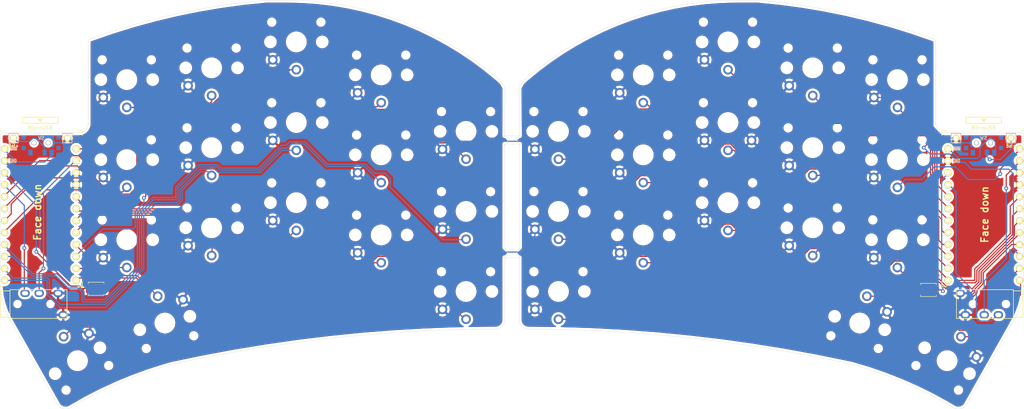
<source format=kicad_pcb>
(kicad_pcb (version 20171130) (host pcbnew "(5.1.10-1-10_14)")
  (layers (0 F.Cu signal hide) (31 B.Cu signal hide) (34 B.Paste user) (35 F.Paste user) (36 B.SilkS user) (37 F.SilkS user) (38 B.Mask user) (39 F.Mask user) (44 Edge.Cuts user))
  (net 0 "")
  (net 1 BT+)
  (net 2 gnd)
  (net 3 vcc)
  (net 4 Switch18)
  (net 5 reset)
  (net 6 Switch1)
  (net 7 Switch2)
  (net 8 Switch3)
  (net 9 Switch4)
  (net 10 Switch5)
  (net 11 Switch6)
  (net 12 Switch7)
  (net 13 Switch8)
  (net 14 Switch9)
  (net 15 Switch10)
  (net 16 Switch11)
  (net 17 Switch12)
  (net 18 Switch13)
  (net 19 Switch14)
  (net 20 Switch15)
  (net 21 Switch16)
  (net 22 Switch17)
  (net 23 "Net-(SW_POWER1-Pad1)")
  (net 24 raw)
  (net 25 BT+_r)
  (net 26 Switch18_r)
  (net 27 reset_r)
  (net 28 Switch9_r)
  (net 29 Switch10_r)
  (net 30 Switch11_r)
  (net 31 Switch12_r)
  (net 32 Switch13_r)
  (net 33 Switch14_r)
  (net 34 Switch15_r)
  (net 35 Switch16_r)
  (net 36 Switch17_r)
  (net 37 Switch1_r)
  (net 38 Switch2_r)
  (net 39 Switch3_r)
  (net 40 Switch4_r)
  (net 41 Switch5_r)
  (net 42 Switch6_r)
  (net 43 Switch7_r)
  (net 44 Switch8_r)
  (net 45 "Net-(SW_POWERR1-Pad1)")
  (module kbd:mouse-bite-2mm-slot-with-space-for-track (layer F.Cu) (at 130.556 43.688)
    (fp_text reference mouse-bite-2mm-slot hide)
    (fp_text value VAL** hide)
    (pad "" np_thru_hole circle (at 0.75 -0.75) (size 0.5 0.5) (drill 0.5) (layers *.Cu *.Mask))
    (pad "" np_thru_hole circle (at 0.75 0.75) (size 0.5 0.5) (drill 0.5) (layers *.Cu *.Mask))
    (pad "" np_thru_hole circle (at -0.75 0.75) (size 0.5 0.5) (drill 0.5) (layers *.Cu *.Mask))
    (pad "" np_thru_hole circle (at -0.75 -0.75) (size 0.5 0.5) (drill 0.5) (layers *.Cu *.Mask))
  )
  (module kbd:ProMicro_v3_min (layer F.Cu) (at 230.686 59.944)
    (fp_text reference U1 hide)
    (fp_text value ProMicro-kbd hide)
    (fp_text user GND (at -5.77 -11.88) (layer B.SilkS) (effects (font (size 0.75 0.5) (thickness 0.125)) (justify mirror)))
    (fp_text user GND (at -5.77 -11.91) (layer F.SilkS) (effects (font (size 0.75 0.5) (thickness 0.125))))
    (fp_text user RAW (at -5.67 -14.52) (layer F.SilkS) (effects (font (size 0.75 0.5) (thickness 0.125))))
    (fp_text user MicroUSB (at -0.05 -18.95) (layer F.SilkS) (effects (font (size 0.75 0.75) (thickness 0.12))))
    (fp_text user RAW (at -5.64 -14.52 unlocked) (layer B.SilkS) (effects (font (size 0.75 0.5) (thickness 0.125)) (justify mirror)))
    (fp_text user "" (at -0.5 -17.25) (layer F.SilkS))
    (fp_text user "" (at -1.2065 -16.256) (layer B.SilkS) (effects (justify mirror)))
    (pad 1 thru_hole circle (at 7.6114 -14.478) (size 1.524 1.524) (drill 0.8128) (layers *.Cu F.SilkS B.Mask) (net 15 Switch10))
    (pad 2 thru_hole circle (at 7.6114 -11.938) (size 1.524 1.524) (drill 0.8128) (layers *.Cu F.SilkS B.Mask) (net 4 Switch18))
    (pad 3 thru_hole circle (at 7.6114 -9.398) (size 1.524 1.524) (drill 0.8128) (layers *.Cu F.SilkS B.Mask) (net 2 gnd))
    (pad 4 thru_hole circle (at 7.6114 -6.858) (size 1.524 1.524) (drill 0.8128) (layers *.Cu F.SilkS B.Mask) (net 2 gnd))
    (pad 5 thru_hole circle (at 7.6114 -4.318) (size 1.524 1.524) (drill 0.8128) (layers *.Cu F.SilkS B.Mask) (net 16 Switch11))
    (pad 6 thru_hole circle (at 7.6114 -1.778) (size 1.524 1.524) (drill 0.8128) (layers *.Cu F.SilkS B.Mask) (net 17 Switch12))
    (pad 7 thru_hole circle (at 7.6114 0.762) (size 1.524 1.524) (drill 0.8128) (layers *.Cu F.SilkS B.Mask) (net 18 Switch13))
    (pad 8 thru_hole circle (at 7.6114 3.302) (size 1.524 1.524) (drill 0.8128) (layers *.Cu F.SilkS B.Mask) (net 19 Switch14))
    (pad 9 thru_hole circle (at 7.6114 5.842) (size 1.524 1.524) (drill 0.8128) (layers *.Cu F.SilkS B.Mask) (net 20 Switch15))
    (pad 10 thru_hole circle (at 7.6114 8.382) (size 1.524 1.524) (drill 0.8128) (layers *.Cu F.SilkS B.Mask) (net 6 Switch1))
    (pad 11 thru_hole circle (at 7.6114 10.922) (size 1.524 1.524) (drill 0.8128) (layers *.Cu F.SilkS B.Mask) (net 21 Switch16))
    (pad 12 thru_hole circle (at 7.6114 13.462) (size 1.524 1.524) (drill 0.8128) (layers *.Cu F.SilkS B.Mask) (net 22 Switch17))
    (pad 13 thru_hole circle (at -7.6086 13.462) (size 1.524 1.524) (drill 0.8128) (layers *.Cu F.SilkS B.Mask) (net 14 Switch9))
    (pad 14 thru_hole circle (at -7.6086 10.922) (size 1.524 1.524) (drill 0.8128) (layers *.Cu F.SilkS B.Mask) (net 13 Switch8))
    (pad 15 thru_hole circle (at -7.6086 8.382) (size 1.524 1.524) (drill 0.8128) (layers *.Cu F.SilkS B.Mask) (net 12 Switch7))
    (pad 16 thru_hole circle (at -7.6086 5.842) (size 1.524 1.524) (drill 0.8128) (layers *.Cu F.SilkS B.Mask) (net 11 Switch6))
    (pad 17 thru_hole circle (at -7.6086 3.302) (size 1.524 1.524) (drill 0.8128) (layers *.Cu F.SilkS B.Mask) (net 7 Switch2))
    (pad 18 thru_hole circle (at -7.6086 0.762) (size 1.524 1.524) (drill 0.8128) (layers *.Cu F.SilkS B.Mask) (net 8 Switch3))
    (pad 19 thru_hole circle (at -7.6086 -1.778) (size 1.524 1.524) (drill 0.8128) (layers *.Cu F.SilkS B.Mask) (net 9 Switch4))
    (pad 20 thru_hole circle (at -7.6086 -4.318) (size 1.524 1.524) (drill 0.8128) (layers *.Cu F.SilkS B.Mask) (net 10 Switch5))
    (pad 21 thru_hole circle (at -7.6086 -6.858) (size 1.524 1.524) (drill 0.8128) (layers *.Cu F.SilkS B.Mask) (net 3 vcc))
    (pad 22 thru_hole circle (at -7.6086 -9.398) (size 1.524 1.524) (drill 0.8128) (layers *.Cu F.SilkS B.Mask) (net 5 reset))
    (pad 23 thru_hole circle (at -7.6086 -11.938) (size 1.524 1.524) (drill 0.8128) (layers *.Cu F.SilkS B.Mask) (net 2 gnd))
    (pad 24 thru_hole circle (at -7.6086 -14.478) (size 1.524 1.524) (drill 0.8128) (layers *.Cu F.SilkS B.Mask) (net 24 raw))
  )
  (module kbd:ProMicro_v3_min (layer F.Cu) (at 30.326 59.944)
    (fp_text reference U2 hide)
    (fp_text value ProMicro-kbd hide)
    (fp_text user GND (at -5.77 -11.88) (layer B.SilkS) (effects (font (size 0.75 0.5) (thickness 0.125)) (justify mirror)))
    (fp_text user GND (at -5.77 -11.91) (layer F.SilkS) (effects (font (size 0.75 0.5) (thickness 0.125))))
    (fp_text user RAW (at -5.67 -14.52) (layer F.SilkS) (effects (font (size 0.75 0.5) (thickness 0.125))))
    (fp_text user MicroUSB (at -0.05 -18.95) (layer F.SilkS) (effects (font (size 0.75 0.75) (thickness 0.12))))
    (fp_text user RAW (at -5.64 -14.52 unlocked) (layer B.SilkS) (effects (font (size 0.75 0.5) (thickness 0.125)) (justify mirror)))
    (fp_text user "" (at -0.5 -17.25) (layer F.SilkS))
    (fp_text user "" (at -1.2065 -16.256) (layer B.SilkS) (effects (justify mirror)))
    (pad 1 thru_hole circle (at 7.6114 -14.478) (size 1.524 1.524) (drill 0.8128) (layers *.Cu F.SilkS B.Mask) (net 29 Switch10_r))
    (pad 2 thru_hole circle (at 7.6114 -11.938) (size 1.524 1.524) (drill 0.8128) (layers *.Cu F.SilkS B.Mask) (net 26 Switch18_r))
    (pad 3 thru_hole circle (at 7.6114 -9.398) (size 1.524 1.524) (drill 0.8128) (layers *.Cu F.SilkS B.Mask) (net 2 gnd))
    (pad 4 thru_hole circle (at 7.6114 -6.858) (size 1.524 1.524) (drill 0.8128) (layers *.Cu F.SilkS B.Mask) (net 2 gnd))
    (pad 5 thru_hole circle (at 7.6114 -4.318) (size 1.524 1.524) (drill 0.8128) (layers *.Cu F.SilkS B.Mask) (net 30 Switch11_r))
    (pad 6 thru_hole circle (at 7.6114 -1.778) (size 1.524 1.524) (drill 0.8128) (layers *.Cu F.SilkS B.Mask) (net 31 Switch12_r))
    (pad 7 thru_hole circle (at 7.6114 0.762) (size 1.524 1.524) (drill 0.8128) (layers *.Cu F.SilkS B.Mask) (net 32 Switch13_r))
    (pad 8 thru_hole circle (at 7.6114 3.302) (size 1.524 1.524) (drill 0.8128) (layers *.Cu F.SilkS B.Mask) (net 33 Switch14_r))
    (pad 9 thru_hole circle (at 7.6114 5.842) (size 1.524 1.524) (drill 0.8128) (layers *.Cu F.SilkS B.Mask) (net 34 Switch15_r))
    (pad 10 thru_hole circle (at 7.6114 8.382) (size 1.524 1.524) (drill 0.8128) (layers *.Cu F.SilkS B.Mask) (net 37 Switch1_r))
    (pad 11 thru_hole circle (at 7.6114 10.922) (size 1.524 1.524) (drill 0.8128) (layers *.Cu F.SilkS B.Mask) (net 35 Switch16_r))
    (pad 12 thru_hole circle (at 7.6114 13.462) (size 1.524 1.524) (drill 0.8128) (layers *.Cu F.SilkS B.Mask) (net 36 Switch17_r))
    (pad 13 thru_hole circle (at -7.6086 13.462) (size 1.524 1.524) (drill 0.8128) (layers *.Cu F.SilkS B.Mask) (net 28 Switch9_r))
    (pad 14 thru_hole circle (at -7.6086 10.922) (size 1.524 1.524) (drill 0.8128) (layers *.Cu F.SilkS B.Mask) (net 44 Switch8_r))
    (pad 15 thru_hole circle (at -7.6086 8.382) (size 1.524 1.524) (drill 0.8128) (layers *.Cu F.SilkS B.Mask) (net 43 Switch7_r))
    (pad 16 thru_hole circle (at -7.6086 5.842) (size 1.524 1.524) (drill 0.8128) (layers *.Cu F.SilkS B.Mask) (net 42 Switch6_r))
    (pad 17 thru_hole circle (at -7.6086 3.302) (size 1.524 1.524) (drill 0.8128) (layers *.Cu F.SilkS B.Mask) (net 38 Switch2_r))
    (pad 18 thru_hole circle (at -7.6086 0.762) (size 1.524 1.524) (drill 0.8128) (layers *.Cu F.SilkS B.Mask) (net 39 Switch3_r))
    (pad 19 thru_hole circle (at -7.6086 -1.778) (size 1.524 1.524) (drill 0.8128) (layers *.Cu F.SilkS B.Mask) (net 40 Switch4_r))
    (pad 20 thru_hole circle (at -7.6086 -4.318) (size 1.524 1.524) (drill 0.8128) (layers *.Cu F.SilkS B.Mask) (net 41 Switch5_r))
    (pad 21 thru_hole circle (at -7.6086 -6.858) (size 1.524 1.524) (drill 0.8128) (layers *.Cu F.SilkS B.Mask) (net 3 vcc))
    (pad 22 thru_hole circle (at -7.6086 -9.398) (size 1.524 1.524) (drill 0.8128) (layers *.Cu F.SilkS B.Mask) (net 27 reset_r))
    (pad 23 thru_hole circle (at -7.6086 -11.938) (size 1.524 1.524) (drill 0.8128) (layers *.Cu F.SilkS B.Mask) (net 2 gnd))
    (pad 24 thru_hole circle (at -7.6086 -14.478) (size 1.524 1.524) (drill 0.8128) (layers *.Cu F.SilkS B.Mask) (net 24 raw))
  )
  (module Kailh:TRRS-PJ-320A (layer F.Cu) (at 23.876 78.432 90)
    (fp_text reference J1)
    (fp_text value AudioJack4dpb hide)
    (pad R1 thru_hole oval (at 2.3 6.2 90) (size 1.6 2) (drill oval 0.9 1.3) (layers *.Cu *.Mask) (net 26 Switch18_r))
    (pad "" np_thru_hole circle (at 0 1.6 90) (size 0.8 0.8) (drill 0.8) (layers *.Cu *.Mask))
    (pad "" np_thru_hole circle (at 0 8.6 90) (size 0.8 0.8) (drill 0.8) (layers *.Cu *.Mask))
    (pad R2 thru_hole oval (at 2.3 3.2 90) (size 1.6 2) (drill oval 0.9 1.3) (layers *.Cu *.Mask) (net 3 vcc))
    (pad T thru_hole oval (at 2.3 10.2 90) (size 1.6 2) (drill oval 0.9 1.3) (layers *.Cu *.Mask) (net 2 gnd))
    (pad S thru_hole oval (at -2.3 11.3 90) (size 1.6 2) (drill oval 0.9 1.3) (layers *.Cu *.Mask) (net 2 gnd))
  )
  (module Kailh:TRRS-PJ-320A (layer F.Cu) (at 236.982 78.432 270)
    (fp_text reference J2)
    (fp_text value AudioJack4dpb hide)
    (pad R1 thru_hole oval (at 2.3 6.2 270) (size 1.6 2) (drill oval 0.9 1.3) (layers *.Cu *.Mask) (net 4 Switch18))
    (pad "" np_thru_hole circle (at 0 1.6 270) (size 0.8 0.8) (drill 0.8) (layers *.Cu *.Mask))
    (pad "" np_thru_hole circle (at 0 8.6 270) (size 0.8 0.8) (drill 0.8) (layers *.Cu *.Mask))
    (pad R2 thru_hole oval (at 2.3 3.2 270) (size 1.6 2) (drill oval 0.9 1.3) (layers *.Cu *.Mask) (net 3 vcc))
    (pad T thru_hole oval (at 2.3 10.2 270) (size 1.6 2) (drill oval 0.9 1.3) (layers *.Cu *.Mask) (net 2 gnd))
    (pad S thru_hole oval (at -2.3 11.3 270) (size 1.6 2) (drill oval 0.9 1.3) (layers *.Cu *.Mask) (net 2 gnd))
  )
  (module Kailh:SPDT_C128955 (layer B.Cu) (at 230.632 44.196 180)
    (fp_text reference SW (at 0 1) (layer B.SilkS) (effects (font (size 0.75 0.75)) (justify mirror)))
    (fp_text value SW_SPDT)
    (pad 0 smd rect (at -3.7 1.1 180) (size 0.9 0.9) (layers B.Cu B.Paste B.Mask))
    (pad 0 smd rect (at -3.7 -1.1 180) (size 0.9 0.9) (layers B.Cu B.Paste B.Mask))
    (pad 0 smd rect (at 3.7 -1.1 180) (size 0.9 0.9) (layers B.Cu B.Paste B.Mask))
    (pad 0 smd rect (at 3.7 1.1 180) (size 0.9 0.9) (layers B.Cu B.Paste B.Mask))
    (pad 1 smd rect (at 2.25 -2.075 180) (size 0.9 1.25) (layers B.Cu B.Paste B.Mask) (net 45 "Net-(SW_POWERR1-Pad1)"))
    (pad 3 smd rect (at -2.25 -2.075 180) (size 0.9 1.25) (layers B.Cu B.Paste B.Mask) (net 24 raw))
    (pad 2 smd rect (at -0.75 -2.075 180) (size 0.9 1.25) (layers B.Cu B.Paste B.Mask) (net 25 BT+_r))
    (pad "" np_thru_hole circle (at -1.5 0 180) (size 1 1) (drill 0.9) (layers *.Cu *.Mask))
    (pad "" np_thru_hole circle (at 1.5 0 180) (size 1 1) (drill 0.9) (layers *.Cu *.Mask))
  )
  (module Kailh:SPDT_C128955 (layer B.Cu) (at 30.48 44.196 180)
    (fp_text reference SW (at 0 1) (layer B.SilkS) (effects (font (size 0.75 0.6)) (justify mirror)))
    (fp_text value SW_SPDT)
    (pad 0 smd rect (at -3.7 1.1 180) (size 0.9 0.9) (layers B.Cu B.Paste B.Mask))
    (pad 0 smd rect (at -3.7 -1.1 180) (size 0.9 0.9) (layers B.Cu B.Paste B.Mask))
    (pad 0 smd rect (at 3.7 -1.1 180) (size 0.9 0.9) (layers B.Cu B.Paste B.Mask))
    (pad 0 smd rect (at 3.7 1.1 180) (size 0.9 0.9) (layers B.Cu B.Paste B.Mask))
    (pad 1 smd rect (at 2.25 -2.075 180) (size 0.9 1.25) (layers B.Cu B.Paste B.Mask) (net 23 "Net-(SW_POWER1-Pad1)"))
    (pad 3 smd rect (at -2.25 -2.075 180) (size 0.9 1.25) (layers B.Cu B.Paste B.Mask) (net 24 raw))
    (pad 2 smd rect (at -0.75 -2.075 180) (size 0.9 1.25) (layers B.Cu B.Paste B.Mask) (net 1 BT+))
    (pad "" np_thru_hole circle (at -1.5 0 180) (size 1 1) (drill 0.9) (layers *.Cu *.Mask))
    (pad "" np_thru_hole circle (at 1.5 0 180) (size 1 1) (drill 0.9) (layers *.Cu *.Mask))
  )
  (module Kailh:SW_PG1350_nonrev_DPB (layer F.Cu) (at 140.364 41.762)
    (fp_text reference SW2 hide)
    (fp_text value SW_Push hide)
    (pad "" np_thru_hole circle (at -5.22 -4.2) (size 0.9906 0.9906) (drill 0.9906) (layers *.Cu *.Mask))
    (pad "" np_thru_hole circle (at 0 0) (size 3.429 3.429) (drill 3.429) (layers *.Cu *.Mask))
    (pad 2 thru_hole circle (at -5 3.8) (size 2.032 2.032) (drill 1.27) (layers *.Cu *.Mask) (net 2 gnd))
    (pad 1 thru_hole circle (at 0 5.9) (size 2.032 2.032) (drill 1.27) (layers *.Cu *.Mask) (net 6 Switch1))
    (pad "" np_thru_hole circle (at 5.22 -4.2) (size 0.9906 0.9906) (drill 0.9906) (layers *.Cu *.Mask))
    (pad "" np_thru_hole circle (at 5.5 0) (size 1.7018 1.7018) (drill 1.7018) (layers *.Cu *.Mask))
    (pad "" np_thru_hole circle (at -5.5 0) (size 1.7018 1.7018) (drill 1.7018) (layers *.Cu *.Mask))
  )
  (module Kailh:SW_PG1350_nonrev_DPB (layer F.Cu) (at 158.364 29.762)
    (fp_text reference SW3 hide)
    (fp_text value SW_Push hide)
    (pad "" np_thru_hole circle (at -5.22 -4.2) (size 0.9906 0.9906) (drill 0.9906) (layers *.Cu *.Mask))
    (pad "" np_thru_hole circle (at 0 0) (size 3.429 3.429) (drill 3.429) (layers *.Cu *.Mask))
    (pad 2 thru_hole circle (at -5 3.8) (size 2.032 2.032) (drill 1.27) (layers *.Cu *.Mask) (net 2 gnd))
    (pad 1 thru_hole circle (at 0 5.9) (size 2.032 2.032) (drill 1.27) (layers *.Cu *.Mask) (net 7 Switch2))
    (pad "" np_thru_hole circle (at 5.22 -4.2) (size 0.9906 0.9906) (drill 0.9906) (layers *.Cu *.Mask))
    (pad "" np_thru_hole circle (at 5.5 0) (size 1.7018 1.7018) (drill 1.7018) (layers *.Cu *.Mask))
    (pad "" np_thru_hole circle (at -5.5 0) (size 1.7018 1.7018) (drill 1.7018) (layers *.Cu *.Mask))
  )
  (module Kailh:SW_PG1350_nonrev_DPB (layer F.Cu) (at 176.364 22.762)
    (fp_text reference SW4 hide)
    (fp_text value SW_Push hide)
    (pad "" np_thru_hole circle (at -5.22 -4.2) (size 0.9906 0.9906) (drill 0.9906) (layers *.Cu *.Mask))
    (pad "" np_thru_hole circle (at 0 0) (size 3.429 3.429) (drill 3.429) (layers *.Cu *.Mask))
    (pad 2 thru_hole circle (at -5 3.8) (size 2.032 2.032) (drill 1.27) (layers *.Cu *.Mask) (net 2 gnd))
    (pad 1 thru_hole circle (at 0 5.9) (size 2.032 2.032) (drill 1.27) (layers *.Cu *.Mask) (net 8 Switch3))
    (pad "" np_thru_hole circle (at 5.22 -4.2) (size 0.9906 0.9906) (drill 0.9906) (layers *.Cu *.Mask))
    (pad "" np_thru_hole circle (at 5.5 0) (size 1.7018 1.7018) (drill 1.7018) (layers *.Cu *.Mask))
    (pad "" np_thru_hole circle (at -5.5 0) (size 1.7018 1.7018) (drill 1.7018) (layers *.Cu *.Mask))
  )
  (module Kailh:SW_PG1350_nonrev_DPB (layer F.Cu) (at 194.364 28.262)
    (fp_text reference SW5 hide)
    (fp_text value SW_Push hide)
    (pad "" np_thru_hole circle (at -5.22 -4.2) (size 0.9906 0.9906) (drill 0.9906) (layers *.Cu *.Mask))
    (pad "" np_thru_hole circle (at 0 0) (size 3.429 3.429) (drill 3.429) (layers *.Cu *.Mask))
    (pad 2 thru_hole circle (at -5 3.8) (size 2.032 2.032) (drill 1.27) (layers *.Cu *.Mask) (net 2 gnd))
    (pad 1 thru_hole circle (at 0 5.9) (size 2.032 2.032) (drill 1.27) (layers *.Cu *.Mask) (net 9 Switch4))
    (pad "" np_thru_hole circle (at 5.22 -4.2) (size 0.9906 0.9906) (drill 0.9906) (layers *.Cu *.Mask))
    (pad "" np_thru_hole circle (at 5.5 0) (size 1.7018 1.7018) (drill 1.7018) (layers *.Cu *.Mask))
    (pad "" np_thru_hole circle (at -5.5 0) (size 1.7018 1.7018) (drill 1.7018) (layers *.Cu *.Mask))
  )
  (module Kailh:SW_PG1350_nonrev_DPB (layer F.Cu) (at 212.364 30.762)
    (fp_text reference SW6 hide)
    (fp_text value SW_Push hide)
    (pad "" np_thru_hole circle (at -5.22 -4.2) (size 0.9906 0.9906) (drill 0.9906) (layers *.Cu *.Mask))
    (pad "" np_thru_hole circle (at 0 0) (size 3.429 3.429) (drill 3.429) (layers *.Cu *.Mask))
    (pad 2 thru_hole circle (at -5 3.8) (size 2.032 2.032) (drill 1.27) (layers *.Cu *.Mask) (net 2 gnd))
    (pad 1 thru_hole circle (at 0 5.9) (size 2.032 2.032) (drill 1.27) (layers *.Cu *.Mask) (net 10 Switch5))
    (pad "" np_thru_hole circle (at 5.22 -4.2) (size 0.9906 0.9906) (drill 0.9906) (layers *.Cu *.Mask))
    (pad "" np_thru_hole circle (at 5.5 0) (size 1.7018 1.7018) (drill 1.7018) (layers *.Cu *.Mask))
    (pad "" np_thru_hole circle (at -5.5 0) (size 1.7018 1.7018) (drill 1.7018) (layers *.Cu *.Mask))
  )
  (module Kailh:SW_PG1350_nonrev_DPB (layer F.Cu) (at 140.364 58.762)
    (fp_text reference SW8 hide)
    (fp_text value SW_Push hide)
    (pad "" np_thru_hole circle (at -5.22 -4.2) (size 0.9906 0.9906) (drill 0.9906) (layers *.Cu *.Mask))
    (pad "" np_thru_hole circle (at 0 0) (size 3.429 3.429) (drill 3.429) (layers *.Cu *.Mask))
    (pad 2 thru_hole circle (at -5 3.8) (size 2.032 2.032) (drill 1.27) (layers *.Cu *.Mask) (net 2 gnd))
    (pad 1 thru_hole circle (at 0 5.9) (size 2.032 2.032) (drill 1.27) (layers *.Cu *.Mask) (net 11 Switch6))
    (pad "" np_thru_hole circle (at 5.22 -4.2) (size 0.9906 0.9906) (drill 0.9906) (layers *.Cu *.Mask))
    (pad "" np_thru_hole circle (at 5.5 0) (size 1.7018 1.7018) (drill 1.7018) (layers *.Cu *.Mask))
    (pad "" np_thru_hole circle (at -5.5 0) (size 1.7018 1.7018) (drill 1.7018) (layers *.Cu *.Mask))
  )
  (module Kailh:SW_PG1350_nonrev_DPB (layer F.Cu) (at 158.364 46.736)
    (fp_text reference SW9 hide)
    (fp_text value SW_Push hide)
    (pad "" np_thru_hole circle (at -5.22 -4.2) (size 0.9906 0.9906) (drill 0.9906) (layers *.Cu *.Mask))
    (pad "" np_thru_hole circle (at 0 0) (size 3.429 3.429) (drill 3.429) (layers *.Cu *.Mask))
    (pad 2 thru_hole circle (at -5 3.8) (size 2.032 2.032) (drill 1.27) (layers *.Cu *.Mask) (net 2 gnd))
    (pad 1 thru_hole circle (at 0 5.9) (size 2.032 2.032) (drill 1.27) (layers *.Cu *.Mask) (net 12 Switch7))
    (pad "" np_thru_hole circle (at 5.22 -4.2) (size 0.9906 0.9906) (drill 0.9906) (layers *.Cu *.Mask))
    (pad "" np_thru_hole circle (at 5.5 0) (size 1.7018 1.7018) (drill 1.7018) (layers *.Cu *.Mask))
    (pad "" np_thru_hole circle (at -5.5 0) (size 1.7018 1.7018) (drill 1.7018) (layers *.Cu *.Mask))
  )
  (module Kailh:SW_PG1350_nonrev_DPB (layer F.Cu) (at 194.364 45.212)
    (fp_text reference SW11 hide)
    (fp_text value SW_Push hide)
    (pad "" np_thru_hole circle (at -5.22 -4.2) (size 0.9906 0.9906) (drill 0.9906) (layers *.Cu *.Mask))
    (pad "" np_thru_hole circle (at 0 0) (size 3.429 3.429) (drill 3.429) (layers *.Cu *.Mask))
    (pad 2 thru_hole circle (at -5 3.8) (size 2.032 2.032) (drill 1.27) (layers *.Cu *.Mask) (net 2 gnd))
    (pad 1 thru_hole circle (at 0 5.9) (size 2.032 2.032) (drill 1.27) (layers *.Cu *.Mask) (net 14 Switch9))
    (pad "" np_thru_hole circle (at 5.22 -4.2) (size 0.9906 0.9906) (drill 0.9906) (layers *.Cu *.Mask))
    (pad "" np_thru_hole circle (at 5.5 0) (size 1.7018 1.7018) (drill 1.7018) (layers *.Cu *.Mask))
    (pad "" np_thru_hole circle (at -5.5 0) (size 1.7018 1.7018) (drill 1.7018) (layers *.Cu *.Mask))
  )
  (module Kailh:SW_PG1350_nonrev_DPB (layer F.Cu) (at 212.344 47.752)
    (fp_text reference SW12 hide)
    (fp_text value SW_Push hide)
    (pad "" np_thru_hole circle (at -5.22 -4.2) (size 0.9906 0.9906) (drill 0.9906) (layers *.Cu *.Mask))
    (pad "" np_thru_hole circle (at 0 0) (size 3.429 3.429) (drill 3.429) (layers *.Cu *.Mask))
    (pad 2 thru_hole circle (at -5 3.8) (size 2.032 2.032) (drill 1.27) (layers *.Cu *.Mask) (net 2 gnd))
    (pad 1 thru_hole circle (at 0 5.9) (size 2.032 2.032) (drill 1.27) (layers *.Cu *.Mask) (net 15 Switch10))
    (pad "" np_thru_hole circle (at 5.22 -4.2) (size 0.9906 0.9906) (drill 0.9906) (layers *.Cu *.Mask))
    (pad "" np_thru_hole circle (at 5.5 0) (size 1.7018 1.7018) (drill 1.7018) (layers *.Cu *.Mask))
    (pad "" np_thru_hole circle (at -5.5 0) (size 1.7018 1.7018) (drill 1.7018) (layers *.Cu *.Mask))
  )
  (module Kailh:SW_PG1350_nonrev_DPB (layer F.Cu) (at 140.364 75.762)
    (fp_text reference SW14 hide)
    (fp_text value SW_Push hide)
    (pad "" np_thru_hole circle (at -5.22 -4.2) (size 0.9906 0.9906) (drill 0.9906) (layers *.Cu *.Mask))
    (pad "" np_thru_hole circle (at 0 0) (size 3.429 3.429) (drill 3.429) (layers *.Cu *.Mask))
    (pad 2 thru_hole circle (at -5 3.8) (size 2.032 2.032) (drill 1.27) (layers *.Cu *.Mask) (net 2 gnd))
    (pad 1 thru_hole circle (at 0 5.9) (size 2.032 2.032) (drill 1.27) (layers *.Cu *.Mask) (net 16 Switch11))
    (pad "" np_thru_hole circle (at 5.22 -4.2) (size 0.9906 0.9906) (drill 0.9906) (layers *.Cu *.Mask))
    (pad "" np_thru_hole circle (at 5.5 0) (size 1.7018 1.7018) (drill 1.7018) (layers *.Cu *.Mask))
    (pad "" np_thru_hole circle (at -5.5 0) (size 1.7018 1.7018) (drill 1.7018) (layers *.Cu *.Mask))
  )
  (module Kailh:SW_PG1350_nonrev_DPB (layer F.Cu) (at 158.364 63.754)
    (fp_text reference SW15 hide)
    (fp_text value SW_Push hide)
    (pad "" np_thru_hole circle (at -5.22 -4.2) (size 0.9906 0.9906) (drill 0.9906) (layers *.Cu *.Mask))
    (pad "" np_thru_hole circle (at 0 0) (size 3.429 3.429) (drill 3.429) (layers *.Cu *.Mask))
    (pad 2 thru_hole circle (at -5 3.8) (size 2.032 2.032) (drill 1.27) (layers *.Cu *.Mask) (net 2 gnd))
    (pad 1 thru_hole circle (at 0 5.9) (size 2.032 2.032) (drill 1.27) (layers *.Cu *.Mask) (net 17 Switch12))
    (pad "" np_thru_hole circle (at 5.22 -4.2) (size 0.9906 0.9906) (drill 0.9906) (layers *.Cu *.Mask))
    (pad "" np_thru_hole circle (at 5.5 0) (size 1.7018 1.7018) (drill 1.7018) (layers *.Cu *.Mask))
    (pad "" np_thru_hole circle (at -5.5 0) (size 1.7018 1.7018) (drill 1.7018) (layers *.Cu *.Mask))
  )
  (module Kailh:SW_PG1350_nonrev_DPB (layer F.Cu) (at 176.364 56.896)
    (fp_text reference SW16 hide)
    (fp_text value SW_Push hide)
    (pad "" np_thru_hole circle (at -5.22 -4.2) (size 0.9906 0.9906) (drill 0.9906) (layers *.Cu *.Mask))
    (pad "" np_thru_hole circle (at 0 0) (size 3.429 3.429) (drill 3.429) (layers *.Cu *.Mask))
    (pad 2 thru_hole circle (at -5 3.8) (size 2.032 2.032) (drill 1.27) (layers *.Cu *.Mask) (net 2 gnd))
    (pad 1 thru_hole circle (at 0 5.9) (size 2.032 2.032) (drill 1.27) (layers *.Cu *.Mask) (net 18 Switch13))
    (pad "" np_thru_hole circle (at 5.22 -4.2) (size 0.9906 0.9906) (drill 0.9906) (layers *.Cu *.Mask))
    (pad "" np_thru_hole circle (at 5.5 0) (size 1.7018 1.7018) (drill 1.7018) (layers *.Cu *.Mask))
    (pad "" np_thru_hole circle (at -5.5 0) (size 1.7018 1.7018) (drill 1.7018) (layers *.Cu *.Mask))
  )
  (module Kailh:SW_PG1350_nonrev_DPB (layer F.Cu) (at 194.364 62.23)
    (fp_text reference SW17 hide)
    (fp_text value SW_Push hide)
    (pad "" np_thru_hole circle (at -5.22 -4.2) (size 0.9906 0.9906) (drill 0.9906) (layers *.Cu *.Mask))
    (pad "" np_thru_hole circle (at 0 0) (size 3.429 3.429) (drill 3.429) (layers *.Cu *.Mask))
    (pad 2 thru_hole circle (at -5 3.8) (size 2.032 2.032) (drill 1.27) (layers *.Cu *.Mask) (net 2 gnd))
    (pad 1 thru_hole circle (at 0 5.9) (size 2.032 2.032) (drill 1.27) (layers *.Cu *.Mask) (net 19 Switch14))
    (pad "" np_thru_hole circle (at 5.22 -4.2) (size 0.9906 0.9906) (drill 0.9906) (layers *.Cu *.Mask))
    (pad "" np_thru_hole circle (at 5.5 0) (size 1.7018 1.7018) (drill 1.7018) (layers *.Cu *.Mask))
    (pad "" np_thru_hole circle (at -5.5 0) (size 1.7018 1.7018) (drill 1.7018) (layers *.Cu *.Mask))
  )
  (module Kailh:SW_PG1350_nonrev_DPB (layer F.Cu) (at 212.344 64.77)
    (fp_text reference SW18 hide)
    (fp_text value SW_Push hide)
    (pad "" np_thru_hole circle (at -5.22 -4.2) (size 0.9906 0.9906) (drill 0.9906) (layers *.Cu *.Mask))
    (pad "" np_thru_hole circle (at 0 0) (size 3.429 3.429) (drill 3.429) (layers *.Cu *.Mask))
    (pad 2 thru_hole circle (at -5 3.8) (size 2.032 2.032) (drill 1.27) (layers *.Cu *.Mask) (net 2 gnd))
    (pad 1 thru_hole circle (at 0 5.9) (size 2.032 2.032) (drill 1.27) (layers *.Cu *.Mask) (net 20 Switch15))
    (pad "" np_thru_hole circle (at 5.22 -4.2) (size 0.9906 0.9906) (drill 0.9906) (layers *.Cu *.Mask))
    (pad "" np_thru_hole circle (at 5.5 0) (size 1.7018 1.7018) (drill 1.7018) (layers *.Cu *.Mask))
    (pad "" np_thru_hole circle (at -5.5 0) (size 1.7018 1.7018) (drill 1.7018) (layers *.Cu *.Mask))
  )
  (module Kailh:SW_PG1350_nonrev_DPB (layer F.Cu) (at 222.894 90.462 150)
    (fp_text reference SW20 hide)
    (fp_text value SW_Push hide)
    (pad "" np_thru_hole circle (at -5.22 -4.2 150) (size 0.9906 0.9906) (drill 0.9906) (layers *.Cu *.Mask))
    (pad "" np_thru_hole circle (at 0 0 150) (size 3.429 3.429) (drill 3.429) (layers *.Cu *.Mask))
    (pad 2 thru_hole circle (at -5 3.8 150) (size 2.032 2.032) (drill 1.27) (layers *.Cu *.Mask) (net 2 gnd))
    (pad 1 thru_hole circle (at 0 5.9 150) (size 2.032 2.032) (drill 1.27) (layers *.Cu *.Mask) (net 22 Switch17))
    (pad "" np_thru_hole circle (at 5.22 -4.2 150) (size 0.9906 0.9906) (drill 0.9906) (layers *.Cu *.Mask))
    (pad "" np_thru_hole circle (at 5.5 0 150) (size 1.7018 1.7018) (drill 1.7018) (layers *.Cu *.Mask))
    (pad "" np_thru_hole circle (at -5.5 0 150) (size 1.7018 1.7018) (drill 1.7018) (layers *.Cu *.Mask))
  )
  (module Kailh:SW_PG1350_nonrev_DPB (layer F.Cu) (at 204.334 82.462 165)
    (fp_text reference SW21 hide)
    (fp_text value SW_Push hide)
    (pad "" np_thru_hole circle (at -5.22 -4.2 165) (size 0.9906 0.9906) (drill 0.9906) (layers *.Cu *.Mask))
    (pad "" np_thru_hole circle (at 0 0 165) (size 3.429 3.429) (drill 3.429) (layers *.Cu *.Mask))
    (pad 2 thru_hole circle (at -5 3.8 165) (size 2.032 2.032) (drill 1.27) (layers *.Cu *.Mask) (net 2 gnd))
    (pad 1 thru_hole circle (at 0 5.9 165) (size 2.032 2.032) (drill 1.27) (layers *.Cu *.Mask) (net 21 Switch16))
    (pad "" np_thru_hole circle (at 5.22 -4.2 165) (size 0.9906 0.9906) (drill 0.9906) (layers *.Cu *.Mask))
    (pad "" np_thru_hole circle (at 5.5 0 165) (size 1.7018 1.7018) (drill 1.7018) (layers *.Cu *.Mask))
    (pad "" np_thru_hole circle (at -5.5 0 165) (size 1.7018 1.7018) (drill 1.7018) (layers *.Cu *.Mask))
  )
  (module Kailh:SW_PG1350_nonrev_DPB (layer F.Cu) (at 66.7 45.212)
    (fp_text reference SW11_r1 hide)
    (fp_text value SW_Push hide)
    (pad "" np_thru_hole circle (at -5.22 -4.2) (size 0.9906 0.9906) (drill 0.9906) (layers *.Cu *.Mask))
    (pad "" np_thru_hole circle (at 0 0) (size 3.429 3.429) (drill 3.429) (layers *.Cu *.Mask))
    (pad 2 thru_hole circle (at -5 3.8) (size 2.032 2.032) (drill 1.27) (layers *.Cu *.Mask) (net 2 gnd))
    (pad 1 thru_hole circle (at 0 5.9) (size 2.032 2.032) (drill 1.27) (layers *.Cu *.Mask) (net 28 Switch9_r))
    (pad "" np_thru_hole circle (at 5.22 -4.2) (size 0.9906 0.9906) (drill 0.9906) (layers *.Cu *.Mask))
    (pad "" np_thru_hole circle (at 5.5 0) (size 1.7018 1.7018) (drill 1.7018) (layers *.Cu *.Mask))
    (pad "" np_thru_hole circle (at -5.5 0) (size 1.7018 1.7018) (drill 1.7018) (layers *.Cu *.Mask))
  )
  (module Kailh:SW_PG1350_nonrev_DPB (layer F.Cu) (at 48.686 47.752)
    (fp_text reference SW12_r1 hide)
    (fp_text value SW_Push hide)
    (pad "" np_thru_hole circle (at -5.22 -4.2) (size 0.9906 0.9906) (drill 0.9906) (layers *.Cu *.Mask))
    (pad "" np_thru_hole circle (at 0 0) (size 3.429 3.429) (drill 3.429) (layers *.Cu *.Mask))
    (pad 2 thru_hole circle (at -5 3.8) (size 2.032 2.032) (drill 1.27) (layers *.Cu *.Mask) (net 2 gnd))
    (pad 1 thru_hole circle (at 0 5.9) (size 2.032 2.032) (drill 1.27) (layers *.Cu *.Mask) (net 29 Switch10_r))
    (pad "" np_thru_hole circle (at 5.22 -4.2) (size 0.9906 0.9906) (drill 0.9906) (layers *.Cu *.Mask))
    (pad "" np_thru_hole circle (at 5.5 0) (size 1.7018 1.7018) (drill 1.7018) (layers *.Cu *.Mask))
    (pad "" np_thru_hole circle (at -5.5 0) (size 1.7018 1.7018) (drill 1.7018) (layers *.Cu *.Mask))
  )
  (module Kailh:SW_PG1350_nonrev_DPB (layer F.Cu) (at 120.732 75.762)
    (fp_text reference SW13_r1 hide)
    (fp_text value SW_Push hide)
    (pad "" np_thru_hole circle (at -5.22 -4.2) (size 0.9906 0.9906) (drill 0.9906) (layers *.Cu *.Mask))
    (pad "" np_thru_hole circle (at 0 0) (size 3.429 3.429) (drill 3.429) (layers *.Cu *.Mask))
    (pad 2 thru_hole circle (at -5 3.8) (size 2.032 2.032) (drill 1.27) (layers *.Cu *.Mask) (net 2 gnd))
    (pad 1 thru_hole circle (at 0 5.9) (size 2.032 2.032) (drill 1.27) (layers *.Cu *.Mask) (net 30 Switch11_r))
    (pad "" np_thru_hole circle (at 5.22 -4.2) (size 0.9906 0.9906) (drill 0.9906) (layers *.Cu *.Mask))
    (pad "" np_thru_hole circle (at 5.5 0) (size 1.7018 1.7018) (drill 1.7018) (layers *.Cu *.Mask))
    (pad "" np_thru_hole circle (at -5.5 0) (size 1.7018 1.7018) (drill 1.7018) (layers *.Cu *.Mask))
  )
  (module Kailh:SW_PG1350_nonrev_DPB (layer F.Cu) (at 84.688 56.896)
    (fp_text reference SW15_r1 hide)
    (fp_text value SW_Push hide)
    (pad "" np_thru_hole circle (at -5.22 -4.2) (size 0.9906 0.9906) (drill 0.9906) (layers *.Cu *.Mask))
    (pad "" np_thru_hole circle (at 0 0) (size 3.429 3.429) (drill 3.429) (layers *.Cu *.Mask))
    (pad 2 thru_hole circle (at -5 3.8) (size 2.032 2.032) (drill 1.27) (layers *.Cu *.Mask) (net 2 gnd))
    (pad 1 thru_hole circle (at 0 5.9) (size 2.032 2.032) (drill 1.27) (layers *.Cu *.Mask) (net 32 Switch13_r))
    (pad "" np_thru_hole circle (at 5.22 -4.2) (size 0.9906 0.9906) (drill 0.9906) (layers *.Cu *.Mask))
    (pad "" np_thru_hole circle (at 5.5 0) (size 1.7018 1.7018) (drill 1.7018) (layers *.Cu *.Mask))
    (pad "" np_thru_hole circle (at -5.5 0) (size 1.7018 1.7018) (drill 1.7018) (layers *.Cu *.Mask))
  )
  (module Kailh:SW_PG1350_nonrev_DPB (layer F.Cu) (at 66.7 62.23)
    (fp_text reference SW16_r1 hide)
    (fp_text value SW_Push hide)
    (pad "" np_thru_hole circle (at -5.22 -4.2) (size 0.9906 0.9906) (drill 0.9906) (layers *.Cu *.Mask))
    (pad "" np_thru_hole circle (at 0 0) (size 3.429 3.429) (drill 3.429) (layers *.Cu *.Mask))
    (pad 2 thru_hole circle (at -5 3.8) (size 2.032 2.032) (drill 1.27) (layers *.Cu *.Mask) (net 2 gnd))
    (pad 1 thru_hole circle (at 0 5.9) (size 2.032 2.032) (drill 1.27) (layers *.Cu *.Mask) (net 33 Switch14_r))
    (pad "" np_thru_hole circle (at 5.22 -4.2) (size 0.9906 0.9906) (drill 0.9906) (layers *.Cu *.Mask))
    (pad "" np_thru_hole circle (at 5.5 0) (size 1.7018 1.7018) (drill 1.7018) (layers *.Cu *.Mask))
    (pad "" np_thru_hole circle (at -5.5 0) (size 1.7018 1.7018) (drill 1.7018) (layers *.Cu *.Mask))
  )
  (module Kailh:SW_PG1350_nonrev_DPB (layer F.Cu) (at 48.686 64.77)
    (fp_text reference SW17_r1 hide)
    (fp_text value SW_Push hide)
    (pad "" np_thru_hole circle (at -5.22 -4.2) (size 0.9906 0.9906) (drill 0.9906) (layers *.Cu *.Mask))
    (pad "" np_thru_hole circle (at 0 0) (size 3.429 3.429) (drill 3.429) (layers *.Cu *.Mask))
    (pad 2 thru_hole circle (at -5 3.8) (size 2.032 2.032) (drill 1.27) (layers *.Cu *.Mask) (net 2 gnd))
    (pad 1 thru_hole circle (at 0 5.9) (size 2.032 2.032) (drill 1.27) (layers *.Cu *.Mask) (net 34 Switch15_r))
    (pad "" np_thru_hole circle (at 5.22 -4.2) (size 0.9906 0.9906) (drill 0.9906) (layers *.Cu *.Mask))
    (pad "" np_thru_hole circle (at 5.5 0) (size 1.7018 1.7018) (drill 1.7018) (layers *.Cu *.Mask))
    (pad "" np_thru_hole circle (at -5.5 0) (size 1.7018 1.7018) (drill 1.7018) (layers *.Cu *.Mask))
  )
  (module Kailh:SW_PG1350_nonrev_DPB (layer F.Cu) (at 102.714 63.754)
    (fp_text reference SW18_r1 hide)
    (fp_text value SW_Push hide)
    (pad "" np_thru_hole circle (at -5.22 -4.2) (size 0.9906 0.9906) (drill 0.9906) (layers *.Cu *.Mask))
    (pad "" np_thru_hole circle (at 0 0) (size 3.429 3.429) (drill 3.429) (layers *.Cu *.Mask))
    (pad 2 thru_hole circle (at -5 3.8) (size 2.032 2.032) (drill 1.27) (layers *.Cu *.Mask) (net 2 gnd))
    (pad 1 thru_hole circle (at 0 5.9) (size 2.032 2.032) (drill 1.27) (layers *.Cu *.Mask) (net 31 Switch12_r))
    (pad "" np_thru_hole circle (at 5.22 -4.2) (size 0.9906 0.9906) (drill 0.9906) (layers *.Cu *.Mask))
    (pad "" np_thru_hole circle (at 5.5 0) (size 1.7018 1.7018) (drill 1.7018) (layers *.Cu *.Mask))
    (pad "" np_thru_hole circle (at -5.5 0) (size 1.7018 1.7018) (drill 1.7018) (layers *.Cu *.Mask))
  )
  (module Kailh:SW_PG1350_nonrev_DPB (layer F.Cu) (at 120.732 41.762)
    (fp_text reference SW2_r1 hide)
    (fp_text value SW_Push hide)
    (pad "" np_thru_hole circle (at -5.22 -4.2) (size 0.9906 0.9906) (drill 0.9906) (layers *.Cu *.Mask))
    (pad "" np_thru_hole circle (at 0 0) (size 3.429 3.429) (drill 3.429) (layers *.Cu *.Mask))
    (pad 2 thru_hole circle (at -5 3.8) (size 2.032 2.032) (drill 1.27) (layers *.Cu *.Mask) (net 2 gnd))
    (pad 1 thru_hole circle (at 0 5.9) (size 2.032 2.032) (drill 1.27) (layers *.Cu *.Mask) (net 37 Switch1_r))
    (pad "" np_thru_hole circle (at 5.22 -4.2) (size 0.9906 0.9906) (drill 0.9906) (layers *.Cu *.Mask))
    (pad "" np_thru_hole circle (at 5.5 0) (size 1.7018 1.7018) (drill 1.7018) (layers *.Cu *.Mask))
    (pad "" np_thru_hole circle (at -5.5 0) (size 1.7018 1.7018) (drill 1.7018) (layers *.Cu *.Mask))
  )
  (module Kailh:SW_PG1350_nonrev_DPB (layer F.Cu) (at 102.714 29.762)
    (fp_text reference SW3_r1 hide)
    (fp_text value SW_Push hide)
    (pad "" np_thru_hole circle (at -5.22 -4.2) (size 0.9906 0.9906) (drill 0.9906) (layers *.Cu *.Mask))
    (pad "" np_thru_hole circle (at 0 0) (size 3.429 3.429) (drill 3.429) (layers *.Cu *.Mask))
    (pad 2 thru_hole circle (at -5 3.8) (size 2.032 2.032) (drill 1.27) (layers *.Cu *.Mask) (net 2 gnd))
    (pad 1 thru_hole circle (at 0 5.9) (size 2.032 2.032) (drill 1.27) (layers *.Cu *.Mask) (net 38 Switch2_r))
    (pad "" np_thru_hole circle (at 5.22 -4.2) (size 0.9906 0.9906) (drill 0.9906) (layers *.Cu *.Mask))
    (pad "" np_thru_hole circle (at 5.5 0) (size 1.7018 1.7018) (drill 1.7018) (layers *.Cu *.Mask))
    (pad "" np_thru_hole circle (at -5.5 0) (size 1.7018 1.7018) (drill 1.7018) (layers *.Cu *.Mask))
  )
  (module Kailh:SW_PG1350_nonrev_DPB (layer F.Cu) (at 84.688 22.762)
    (fp_text reference SW4_r1 hide)
    (fp_text value SW_Push hide)
    (pad "" np_thru_hole circle (at -5.22 -4.2) (size 0.9906 0.9906) (drill 0.9906) (layers *.Cu *.Mask))
    (pad "" np_thru_hole circle (at 0 0) (size 3.429 3.429) (drill 3.429) (layers *.Cu *.Mask))
    (pad 2 thru_hole circle (at -5 3.8) (size 2.032 2.032) (drill 1.27) (layers *.Cu *.Mask) (net 2 gnd))
    (pad 1 thru_hole circle (at 0 5.9) (size 2.032 2.032) (drill 1.27) (layers *.Cu *.Mask) (net 39 Switch3_r))
    (pad "" np_thru_hole circle (at 5.22 -4.2) (size 0.9906 0.9906) (drill 0.9906) (layers *.Cu *.Mask))
    (pad "" np_thru_hole circle (at 5.5 0) (size 1.7018 1.7018) (drill 1.7018) (layers *.Cu *.Mask))
    (pad "" np_thru_hole circle (at -5.5 0) (size 1.7018 1.7018) (drill 1.7018) (layers *.Cu *.Mask))
  )
  (module Kailh:SW_PG1350_nonrev_DPB (layer F.Cu) (at 66.7 28.262)
    (fp_text reference SW5_r1 hide)
    (fp_text value SW_Push hide)
    (pad "" np_thru_hole circle (at -5.22 -4.2) (size 0.9906 0.9906) (drill 0.9906) (layers *.Cu *.Mask))
    (pad "" np_thru_hole circle (at 0 0) (size 3.429 3.429) (drill 3.429) (layers *.Cu *.Mask))
    (pad 2 thru_hole circle (at -5 3.8) (size 2.032 2.032) (drill 1.27) (layers *.Cu *.Mask) (net 2 gnd))
    (pad 1 thru_hole circle (at 0 5.9) (size 2.032 2.032) (drill 1.27) (layers *.Cu *.Mask) (net 40 Switch4_r))
    (pad "" np_thru_hole circle (at 5.22 -4.2) (size 0.9906 0.9906) (drill 0.9906) (layers *.Cu *.Mask))
    (pad "" np_thru_hole circle (at 5.5 0) (size 1.7018 1.7018) (drill 1.7018) (layers *.Cu *.Mask))
    (pad "" np_thru_hole circle (at -5.5 0) (size 1.7018 1.7018) (drill 1.7018) (layers *.Cu *.Mask))
  )
  (module Kailh:SW_PG1350_nonrev_DPB (layer F.Cu) (at 48.686 30.762)
    (fp_text reference SW6_r1 hide)
    (fp_text value SW_Push hide)
    (pad "" np_thru_hole circle (at -5.22 -4.2) (size 0.9906 0.9906) (drill 0.9906) (layers *.Cu *.Mask))
    (pad "" np_thru_hole circle (at 0 0) (size 3.429 3.429) (drill 3.429) (layers *.Cu *.Mask))
    (pad 2 thru_hole circle (at -5 3.8) (size 2.032 2.032) (drill 1.27) (layers *.Cu *.Mask) (net 2 gnd))
    (pad 1 thru_hole circle (at 0 5.9) (size 2.032 2.032) (drill 1.27) (layers *.Cu *.Mask) (net 41 Switch5_r))
    (pad "" np_thru_hole circle (at 5.22 -4.2) (size 0.9906 0.9906) (drill 0.9906) (layers *.Cu *.Mask))
    (pad "" np_thru_hole circle (at 5.5 0) (size 1.7018 1.7018) (drill 1.7018) (layers *.Cu *.Mask))
    (pad "" np_thru_hole circle (at -5.5 0) (size 1.7018 1.7018) (drill 1.7018) (layers *.Cu *.Mask))
  )
  (module Kailh:SW_PG1350_nonrev_DPB (layer F.Cu) (at 120.732 58.762)
    (fp_text reference SW7_r1 hide)
    (fp_text value SW_Push hide)
    (pad "" np_thru_hole circle (at -5.22 -4.2) (size 0.9906 0.9906) (drill 0.9906) (layers *.Cu *.Mask))
    (pad "" np_thru_hole circle (at 0 0) (size 3.429 3.429) (drill 3.429) (layers *.Cu *.Mask))
    (pad 2 thru_hole circle (at -5 3.8) (size 2.032 2.032) (drill 1.27) (layers *.Cu *.Mask) (net 2 gnd))
    (pad 1 thru_hole circle (at 0 5.9) (size 2.032 2.032) (drill 1.27) (layers *.Cu *.Mask) (net 42 Switch6_r))
    (pad "" np_thru_hole circle (at 5.22 -4.2) (size 0.9906 0.9906) (drill 0.9906) (layers *.Cu *.Mask))
    (pad "" np_thru_hole circle (at 5.5 0) (size 1.7018 1.7018) (drill 1.7018) (layers *.Cu *.Mask))
    (pad "" np_thru_hole circle (at -5.5 0) (size 1.7018 1.7018) (drill 1.7018) (layers *.Cu *.Mask))
  )
  (module Kailh:SW_PG1350_nonrev_DPB (layer F.Cu) (at 102.714 46.736)
    (fp_text reference SW8_r1 hide)
    (fp_text value SW_Push hide)
    (pad "" np_thru_hole circle (at -5.22 -4.2) (size 0.9906 0.9906) (drill 0.9906) (layers *.Cu *.Mask))
    (pad "" np_thru_hole circle (at 0 0) (size 3.429 3.429) (drill 3.429) (layers *.Cu *.Mask))
    (pad 2 thru_hole circle (at -5 3.8) (size 2.032 2.032) (drill 1.27) (layers *.Cu *.Mask) (net 2 gnd))
    (pad 1 thru_hole circle (at 0 5.9) (size 2.032 2.032) (drill 1.27) (layers *.Cu *.Mask) (net 43 Switch7_r))
    (pad "" np_thru_hole circle (at 5.22 -4.2) (size 0.9906 0.9906) (drill 0.9906) (layers *.Cu *.Mask))
    (pad "" np_thru_hole circle (at 5.5 0) (size 1.7018 1.7018) (drill 1.7018) (layers *.Cu *.Mask))
    (pad "" np_thru_hole circle (at -5.5 0) (size 1.7018 1.7018) (drill 1.7018) (layers *.Cu *.Mask))
  )
  (module Kailh:SW_PG1350_nonrev_DPB (layer F.Cu) (at 84.688 39.878)
    (fp_text reference SW9_r1 hide)
    (fp_text value SW_Push hide)
    (pad "" np_thru_hole circle (at -5.22 -4.2) (size 0.9906 0.9906) (drill 0.9906) (layers *.Cu *.Mask))
    (pad "" np_thru_hole circle (at 0 0) (size 3.429 3.429) (drill 3.429) (layers *.Cu *.Mask))
    (pad 2 thru_hole circle (at -5 3.8) (size 2.032 2.032) (drill 1.27) (layers *.Cu *.Mask) (net 2 gnd))
    (pad 1 thru_hole circle (at 0 5.9) (size 2.032 2.032) (drill 1.27) (layers *.Cu *.Mask) (net 44 Switch8_r))
    (pad "" np_thru_hole circle (at 5.22 -4.2) (size 0.9906 0.9906) (drill 0.9906) (layers *.Cu *.Mask))
    (pad "" np_thru_hole circle (at 5.5 0) (size 1.7018 1.7018) (drill 1.7018) (layers *.Cu *.Mask))
    (pad "" np_thru_hole circle (at -5.5 0) (size 1.7018 1.7018) (drill 1.7018) (layers *.Cu *.Mask))
  )
  (module Kailh:SW_PG1350_nonrev_DPB (layer F.Cu) (at 38.218 90.462 210)
    (fp_text reference SW20_r1 hide)
    (fp_text value SW_Push hide)
    (pad "" np_thru_hole circle (at -5.22 -4.2 210) (size 0.9906 0.9906) (drill 0.9906) (layers *.Cu *.Mask))
    (pad "" np_thru_hole circle (at 0 0 210) (size 3.429 3.429) (drill 3.429) (layers *.Cu *.Mask))
    (pad 2 thru_hole circle (at -5 3.8 210) (size 2.032 2.032) (drill 1.27) (layers *.Cu *.Mask) (net 2 gnd))
    (pad 1 thru_hole circle (at 0 5.9 210) (size 2.032 2.032) (drill 1.27) (layers *.Cu *.Mask) (net 36 Switch17_r))
    (pad "" np_thru_hole circle (at 5.22 -4.2 210) (size 0.9906 0.9906) (drill 0.9906) (layers *.Cu *.Mask))
    (pad "" np_thru_hole circle (at 5.5 0 210) (size 1.7018 1.7018) (drill 1.7018) (layers *.Cu *.Mask))
    (pad "" np_thru_hole circle (at -5.5 0 210) (size 1.7018 1.7018) (drill 1.7018) (layers *.Cu *.Mask))
  )
  (module Kailh:SW_PG1350_nonrev_DPB (layer F.Cu) (at 56.778 82.462 195)
    (fp_text reference SW21_r1 hide)
    (fp_text value SW_Push hide)
    (pad "" np_thru_hole circle (at -5.22 -4.2 195) (size 0.9906 0.9906) (drill 0.9906) (layers *.Cu *.Mask))
    (pad "" np_thru_hole circle (at 0 0 195) (size 3.429 3.429) (drill 3.429) (layers *.Cu *.Mask))
    (pad 2 thru_hole circle (at -5 3.8 195) (size 2.032 2.032) (drill 1.27) (layers *.Cu *.Mask) (net 2 gnd))
    (pad 1 thru_hole circle (at 0 5.9 195) (size 2.032 2.032) (drill 1.27) (layers *.Cu *.Mask) (net 35 Switch16_r))
    (pad "" np_thru_hole circle (at 5.22 -4.2 195) (size 0.9906 0.9906) (drill 0.9906) (layers *.Cu *.Mask))
    (pad "" np_thru_hole circle (at 5.5 0 195) (size 1.7018 1.7018) (drill 1.7018) (layers *.Cu *.Mask))
    (pad "" np_thru_hole circle (at -5.5 0 195) (size 1.7018 1.7018) (drill 1.7018) (layers *.Cu *.Mask))
  )
  (module Kailh:SW_PG1350_rev_DPB (layer F.Cu) (at 176.364 39.878)
    (fp_text reference SW10 hide)
    (fp_text value SW_Push hide)
    (pad "" np_thru_hole circle (at -5.5 0) (size 1.7018 1.7018) (drill 1.7018) (layers *.Cu *.Mask))
    (pad "" np_thru_hole circle (at 5.5 0) (size 1.7018 1.7018) (drill 1.7018) (layers *.Cu *.Mask))
    (pad "" np_thru_hole circle (at 5.22 -4.2) (size 0.9906 0.9906) (drill 0.9906) (layers *.Cu *.Mask))
    (pad 1 thru_hole circle (at 0 5.9) (size 2.032 2.032) (drill 1.27) (layers *.Cu *.Mask) (net 13 Switch8))
    (pad 2 thru_hole circle (at -5 3.8) (size 2.032 2.032) (drill 1.27) (layers *.Cu *.Mask) (net 2 gnd))
    (pad "" np_thru_hole circle (at 0 0) (size 3.429 3.429) (drill 3.429) (layers *.Cu *.Mask))
    (pad 2 thru_hole circle (at 5 3.8) (size 2.032 2.032) (drill 1.27) (layers *.Cu *.Mask) (net 2 gnd))
    (pad "" np_thru_hole circle (at -5.22 -4.2) (size 0.9906 0.9906) (drill 0.9906) (layers *.Cu *.Mask))
  )
  (module kbd:mouse-bite-2mm-slot-with-space-for-track (layer F.Cu) (at 130.556 67.564)
    (fp_text reference mouse-bite-2mm-slot hide)
    (fp_text value VAL** hide)
    (pad "" np_thru_hole circle (at -0.75 -0.75) (size 0.5 0.5) (drill 0.5) (layers *.Cu *.Mask))
    (pad "" np_thru_hole circle (at -0.75 0.75) (size 0.5 0.5) (drill 0.5) (layers *.Cu *.Mask))
    (pad "" np_thru_hole circle (at 0.75 0.75) (size 0.5 0.5) (drill 0.5) (layers *.Cu *.Mask))
    (pad "" np_thru_hole circle (at 0.75 -0.75) (size 0.5 0.5) (drill 0.5) (layers *.Cu *.Mask))
  )
  (module kbd:SW_SPST_B3U-1000P (layer F.Cu) (at 42.164 75.184)
    (fp_text reference RSW2 hide)
    (fp_text value SW_Push)
    (pad 1 smd rect (at -1.7 0) (size 0.9 1.7) (layers F.Cu F.Paste F.Mask) (net 2 gnd))
    (pad 2 smd rect (at 1.7 0) (size 0.9 1.7) (layers F.Cu F.Paste F.Mask) (net 27 reset_r))
  )
  (module kbd:SW_SPST_B3U-1000P (layer F.Cu) (at 218.948 75.438)
    (fp_text reference RSW1 hide)
    (fp_text value SW_Push)
    (pad 1 smd rect (at -1.7 0) (size 0.9 1.7) (layers F.Cu F.Paste F.Mask) (net 2 gnd))
    (pad 2 smd rect (at 1.7 0) (size 0.9 1.7) (layers F.Cu F.Paste F.Mask) (net 5 reset))
  )
  (module kbd:1pin_conn (layer F.Cu) (at 36.068 43.18)
    (fp_text reference " " (at 0 1.651) (layer F.SilkS) (effects (font (size 0.8128 0.8128))))
    (fp_text value MountingHole_Pad hide)
    (pad 1 thru_hole circle (at 0 0) (size 1.397 1.397) (drill 0.8128) (layers *.Cu *.Mask F.SilkS) (net 2 gnd))
  )
  (module kbd:1pin_conn (layer F.Cu) (at 224.79 43.18)
    (fp_text reference " " (at 0 1.651) (layer F.SilkS) (effects (font (size 0.8128 0.8128))))
    (fp_text value MountingHole_Pad hide)
    (pad 1 thru_hole circle (at 0 0) (size 1.397 1.397) (drill 0.8128) (layers *.Cu *.Mask F.SilkS) (net 2 gnd))
  )
  (module kbd:1pin_conn (layer F.Cu) (at 236.474 43.18)
    (fp_text reference Bat+ (at 0 1.651) (layer F.SilkS) (effects (font (size 0.75 0.55) (thickness 0.125))))
    (fp_text value MountingHole_Pad hide)
    (pad 1 thru_hole circle (at 0 0) (size 1.397 1.397) (drill 0.8128) (layers *.Cu *.Mask F.SilkS) (net 25 BT+_r))
  )
  (module kbd:1pin_conn (layer F.Cu) (at 24.638 43.18)
    (fp_text reference Bat+ (at 0 1.651) (layer F.SilkS) (effects (font (size 0.75 0.6))))
    (fp_text value MountingHole_Pad hide)
    (pad 1 thru_hole circle (at 0 0) (size 1.397 1.397) (drill 0.8128) (layers *.Cu *.Mask F.SilkS) (net 1 BT+))
  )
  (gr_line (start 132.08 44.45) (end 132.08 66.802) (layer Edge.Cuts) (width 0.05))
  (gr_line (start 128.96 44.45) (end 128.96 66.802) (layer Edge.Cuts) (width 0.05))
  (gr_line (start 132.08 66.802) (end 128.96 66.802) (layer Edge.Cuts) (width 0.05))
  (gr_line (start 132.014 68.58) (end 128.96 68.58) (layer Edge.Cuts) (width 0.05))
  (gr_line (start 132.08 42.672) (end 128.96 42.672) (layer Edge.Cuts) (width 0.05))
  (gr_line (start 131.974055 32.658702) (end 132.08 42.672) (layer Edge.Cuts) (width 0.05))
  (gr_line (start 129.013945 32.658702) (end 128.96 42.672) (layer Edge.Cuts) (width 0.05))
  (gr_line (start 132.08 44.45) (end 128.96 44.45) (layer Edge.Cuts) (width 0.05))
  (gr_text "Face down" (at 29.718 58.928 90) (layer F.SilkS) (effects (font (size 1.5 1.5) (thickness 0.3))))
  (gr_text "Face down" (at 230.886 59.436 90) (layer F.SilkS) (effects (font (size 1.5 1.5) (thickness 0.3))))
  (gr_line (start 239.196 67.818) (end 239.208 73.914) (layer Edge.Cuts) (width 0.05))
  (gr_line (start 239.196 58.928) (end 239.196 67.818) (layer Edge.Cuts) (width 0.05))
  (gr_line (start 21.792 66.294) (end 21.78 73.914) (layer Edge.Cuts) (width 0.05))
  (gr_line (start 21.792 58.928) (end 21.792 66.294) (layer Edge.Cuts) (width 0.05))
  (gr_line (start 21.792 42.822) (end 21.792 50.8) (layer Edge.Cuts) (width 0.05))
  (gr_line (start 239.196 42.822) (end 239.196 50.8) (layer Edge.Cuts) (width 0.05))
  (gr_line (start 78.412223 13.882679) (end 82.613611 13.888139) (layer Edge.Cuts) (width 0.05))
  (gr_arc (start 38.553852 73.784051) (end 23.526696 81.23815) (angle 25.93947102) (layer Edge.Cuts) (width 0.05))
  (gr_line (start 23.526696 81.23815) (end 34.034 99.831265) (layer Edge.Cuts) (width 0.05))
  (gr_arc (start 82.613611 82.618139) (end 82.613611 13.888139) (angle 40.87028694) (layer Edge.Cuts) (width 0.05))
  (gr_line (start 38.446998 42.074917) (end 22.542 42.072) (layer Edge.Cuts) (width 0.05))
  (gr_line (start 40.481999 40.143999) (end 40.481955 22.819419) (layer Edge.Cuts) (width 0.05))
  (gr_line (start 21.792 50.8) (end 21.792 58.928) (layer Edge.Cuts) (width 0.05))
  (gr_arc (start 126.995508 81.778606) (end 128.975507 81.925022) (angle 87.48838509) (layer Edge.Cuts) (width 0.05))
  (gr_arc (start 127.514038 407.719453) (end 58.294866 91.243946) (angle 12.23515303) (layer Edge.Cuts) (width 0.05))
  (gr_arc (start 35.696 98.78) (end 36.766 100.43) (angle 90.64821197) (layer Edge.Cuts) (width 0.05))
  (gr_arc (start 90.359558 157.412303) (end 40.91671 22.138889) (angle 15.31921041) (layer Edge.Cuts) (width 0.05))
  (gr_arc (start 38.482 40.074) (end 40.481999 40.143999) (angle 88.99765458) (layer Edge.Cuts) (width 0.05))
  (gr_arc (start 125.142 33.89) (end 127.587 30.645) (angle 35.36225308) (layer Edge.Cuts) (width 0.05))
  (gr_arc (start 81.082 174.47) (end 36.766 100.43) (angle 15.59005573) (layer Edge.Cuts) (width 0.05))
  (gr_arc (start 41.231955 22.819419) (end 40.481955 22.819419) (angle 65.14479855) (layer Edge.Cuts) (width 0.05))
  (gr_line (start 128.96 68.58) (end 128.975507 81.925022) (layer Edge.Cuts) (width 0.05))
  (gr_arc (start 22.542 42.822) (end 21.792 42.822) (angle 90) (layer Edge.Cuts) (width 0.05))
  (gr_line (start 182.575777 13.882679) (end 178.374389 13.888139) (layer Edge.Cuts) (width 0.05))
  (gr_arc (start 222.434148 73.784051) (end 237.461304 81.23815) (angle -25.93947102) (layer Edge.Cuts) (width 0.05))
  (gr_line (start 237.461304 81.23815) (end 226.954 99.831265) (layer Edge.Cuts) (width 0.05))
  (gr_arc (start 178.374389 82.618139) (end 178.374389 13.888139) (angle -40.87028694) (layer Edge.Cuts) (width 0.05))
  (gr_line (start 222.541002 42.074917) (end 238.446 42.072) (layer Edge.Cuts) (width 0.05))
  (gr_line (start 220.506001 40.143999) (end 220.506045 22.819419) (layer Edge.Cuts) (width 0.05))
  (gr_line (start 239.196 50.8) (end 239.196 58.928) (layer Edge.Cuts) (width 0.05))
  (gr_arc (start 133.992253 81.780608) (end 132.014254 81.927024) (angle -87.49275882) (layer Edge.Cuts) (width 0.05))
  (gr_arc (start 133.473962 407.719453) (end 202.693134 91.243946) (angle -12.23515303) (layer Edge.Cuts) (width 0.05))
  (gr_arc (start 225.292 98.78) (end 224.222 100.43) (angle -90.64821197) (layer Edge.Cuts) (width 0.05))
  (gr_arc (start 170.628442 157.412303) (end 220.07129 22.138889) (angle -15.31921041) (layer Edge.Cuts) (width 0.05))
  (gr_arc (start 222.506 40.074) (end 220.506001 40.143999) (angle -88.99765458) (layer Edge.Cuts) (width 0.05))
  (gr_arc (start 135.846 33.89) (end 133.401 30.645) (angle -35.36225308) (layer Edge.Cuts) (width 0.05))
  (gr_arc (start 179.906 174.47) (end 224.222 100.43) (angle -15.59005573) (layer Edge.Cuts) (width 0.05))
  (gr_arc (start 219.756045 22.819419) (end 220.506045 22.819419) (angle -65.14479855) (layer Edge.Cuts) (width 0.05))
  (gr_line (start 132.014 68.58) (end 132.014 81.927024) (layer Edge.Cuts) (width 0.05))
  (gr_arc (start 238.446 42.822) (end 239.196 42.822) (angle -90) (layer Edge.Cuts) (width 0.05))
  (segment (start 25.360999 43.902999) (end 28.051999 43.902999) (width 0.25) (layer B.Cu) (net 1))
  (segment (start 24.638 43.18) (end 25.360999 43.902999) (width 0.25) (layer B.Cu) (net 1))
  (segment (start 31.23 45.127002) (end 31.23 46.271) (width 0.25) (layer B.Cu) (net 1))
  (segment (start 29.046501 43.270501) (end 29.373499 43.270501) (width 0.25) (layer B.Cu) (net 1))
  (segment (start 28.738499 43.216499) (end 28.992499 43.216499) (width 0.25) (layer B.Cu) (net 1))
  (segment (start 28.051999 43.902999) (end 28.738499 43.216499) (width 0.25) (layer B.Cu) (net 1))
  (segment (start 28.992499 43.216499) (end 29.046501 43.270501) (width 0.25) (layer B.Cu) (net 1))
  (segment (start 29.373499 43.270501) (end 31.23 45.127002) (width 0.25) (layer B.Cu) (net 1))
  (segment (start 225.712 75.902) (end 225.682 75.932) (width 0.25) (layer F.Cu) (net 2))
  (segment (start 213.667159 34.562) (end 207.364 34.562) (width 0.25) (layer B.Cu) (net 2))
  (segment (start 222.285159 43.18) (end 213.667159 34.562) (width 0.25) (layer B.Cu) (net 2))
  (segment (start 224.79 43.18) (end 222.285159 43.18) (width 0.25) (layer B.Cu) (net 2))
  (segment (start 217.248 75.438) (end 217.248 77.138) (width 0.25) (layer F.Cu) (net 2))
  (segment (start 217.3564 78.03317) (end 225.3656 78.03317) (width 0.25) (layer F.Cu) (net 2))
  (segment (start 217.248 77.92477) (end 217.3564 78.03317) (width 0.25) (layer F.Cu) (net 2))
  (segment (start 225.682 77.71677) (end 225.682 75.932) (width 0.25) (layer F.Cu) (net 2))
  (segment (start 225.3656 78.03317) (end 225.682 77.71677) (width 0.25) (layer F.Cu) (net 2))
  (segment (start 34.076 75.932) (end 37.80201 75.932) (width 0.25) (layer F.Cu) (net 2))
  (segment (start 40.40601 75.12601) (end 40.464 75.184) (width 0.25) (layer F.Cu) (net 2))
  (segment (start 38.608 75.12601) (end 40.40601 75.12601) (width 0.25) (layer F.Cu) (net 2))
  (segment (start 37.80201 75.932) (end 38.608 75.12601) (width 0.25) (layer F.Cu) (net 2))
  (segment (start 226.762 80.712) (end 226.782 80.732) (width 0.25) (layer B.Cu) (net 2))
  (segment (start 226.752 80.702) (end 226.782 80.732) (width 0.25) (layer B.Cu) (net 2))
  (segment (start 217.248 77.138) (end 217.248 77.92477) (width 0.25) (layer F.Cu) (net 2))
  (segment (start 133.664999 43.862999) (end 135.364 45.562) (width 0.25) (layer B.Cu) (net 2))
  (segment (start 117.431001 43.862999) (end 133.664999 43.862999) (width 0.25) (layer B.Cu) (net 2))
  (segment (start 115.732 45.562) (end 117.431001 43.862999) (width 0.25) (layer B.Cu) (net 2))
  (segment (start 135.364 64.012988) (end 135.364 62.562) (width 0.25) (layer B.Cu) (net 2))
  (segment (start 131.987987 67.389001) (end 135.364 64.012988) (width 0.25) (layer B.Cu) (net 2))
  (segment (start 129.052013 67.389001) (end 131.987987 67.389001) (width 0.25) (layer B.Cu) (net 2))
  (segment (start 124.225012 62.562) (end 129.052013 67.389001) (width 0.25) (layer B.Cu) (net 2))
  (segment (start 115.732 62.562) (end 124.225012 62.562) (width 0.25) (layer B.Cu) (net 2))
  (segment (start 229.108 76.2) (end 224.79 71.882) (width 0.25) (layer B.Cu) (net 3))
  (segment (start 224.79 54.5986) (end 223.2774 53.086) (width 0.25) (layer B.Cu) (net 3))
  (segment (start 224.79 71.882) (end 224.79 54.5986) (width 0.25) (layer B.Cu) (net 3))
  (segment (start 22.5174 53.086) (end 26.924 57.4926) (width 0.25) (layer B.Cu) (net 3))
  (segment (start 26.924 57.4926) (end 26.924 66.548) (width 0.25) (layer B.Cu) (net 3))
  (segment (start 26.924 66.548) (end 26.924 66.802) (width 0.25) (layer B.Cu) (net 3))
  (via (at 26.924 66.548) (size 0.8) (drill 0.4) (layers F.Cu B.Cu) (net 3))
  (segment (start 26.924 75.78) (end 27.076 75.932) (width 0.25) (layer F.Cu) (net 3))
  (segment (start 26.924 66.548) (end 26.924 75.78) (width 0.25) (layer F.Cu) (net 3))
  (segment (start 232.272 82.042) (end 232.849 81.465) (width 0.25) (layer B.Cu) (net 3))
  (segment (start 233.782 80.532) (end 232.849 81.465) (width 0.25) (layer B.Cu) (net 3))
  (segment (start 229.108 81.534) (end 229.616 82.042) (width 0.25) (layer B.Cu) (net 3))
  (segment (start 229.616 82.042) (end 232.272 82.042) (width 0.25) (layer B.Cu) (net 3))
  (segment (start 229.108 76.2) (end 229.108 81.534) (width 0.25) (layer B.Cu) (net 3))
  (segment (start 233.762 80.712) (end 233.782 80.732) (width 0.25) (layer B.Cu) (net 3))
  (segment (start 230.782 80.532) (end 230.782 73.51) (width 0.25) (layer B.Cu) (net 4))
  (segment (start 230.782 73.51) (end 235.458 68.834) (width 0.25) (layer B.Cu) (net 4))
  (segment (start 235.458 68.834) (end 235.458 53.848) (width 0.25) (layer B.Cu) (net 4))
  (segment (start 235.458 53.848) (end 235.458 53.848) (width 0.25) (layer B.Cu) (net 4))
  (via (at 235.458 53.848) (size 0.8) (drill 0.4) (layers F.Cu B.Cu) (net 4))
  (segment (start 235.458 51.0454) (end 235.458 53.848) (width 0.25) (layer F.Cu) (net 4))
  (segment (start 238.4974 48.006) (end 235.458 51.0454) (width 0.25) (layer F.Cu) (net 4))
  (via (at 221.996 75.692) (size 0.8) (drill 0.4) (layers F.Cu B.Cu) (net 5))
  (segment (start 223.2774 50.546) (end 221.742 52.0814) (width 0.25) (layer B.Cu) (net 5))
  (segment (start 221.742 52.0814) (end 221.742 74.676) (width 0.25) (layer B.Cu) (net 5))
  (segment (start 221.996 74.93) (end 221.742 74.676) (width 0.25) (layer B.Cu) (net 5))
  (segment (start 221.996 75.692) (end 221.996 74.93) (width 0.25) (layer B.Cu) (net 5))
  (segment (start 221.742 75.438) (end 221.996 75.692) (width 0.25) (layer F.Cu) (net 5))
  (segment (start 220.648 75.438) (end 221.742 75.438) (width 0.25) (layer F.Cu) (net 5))
  (segment (start 217.932 45.212) (end 217.932 45.212) (width 0.25) (layer F.Cu) (net 6))
  (via (at 217.932 45.212) (size 0.8) (drill 0.4) (layers F.Cu B.Cu) (net 6))
  (segment (start 218.92596 44.21804) (end 217.932 45.212) (width 0.25) (layer F.Cu) (net 6))
  (segment (start 205.994 43.18) (end 206.502 42.672) (width 0.25) (layer F.Cu) (net 6))
  (segment (start 140.364 47.662) (end 146.803954 47.662) (width 0.25) (layer F.Cu) (net 6))
  (segment (start 189.1112 38.74602) (end 197.03879 38.74602) (width 0.25) (layer F.Cu) (net 6))
  (segment (start 203.454 43.18) (end 205.994 43.18) (width 0.25) (layer F.Cu) (net 6))
  (segment (start 146.803954 47.662) (end 157.462953 37.003001) (width 0.25) (layer F.Cu) (net 6))
  (segment (start 163.656999 37.003001) (end 164.54799 36.11201) (width 0.25) (layer F.Cu) (net 6))
  (segment (start 164.54799 36.11201) (end 167.565719 36.112009) (width 0.25) (layer F.Cu) (net 6))
  (segment (start 167.565719 36.112009) (end 170.149728 33.528) (width 0.25) (layer F.Cu) (net 6))
  (segment (start 157.462953 37.003001) (end 163.656999 37.003001) (width 0.25) (layer F.Cu) (net 6))
  (segment (start 197.03879 38.74602) (end 198.36678 40.07401) (width 0.25) (layer F.Cu) (net 6))
  (segment (start 170.149728 33.528) (end 183.89318 33.528) (width 0.25) (layer F.Cu) (net 6))
  (segment (start 183.89318 33.528) (end 189.1112 38.74602) (width 0.25) (layer F.Cu) (net 6))
  (segment (start 200.34801 40.07401) (end 203.454 43.18) (width 0.25) (layer F.Cu) (net 6))
  (segment (start 198.36678 40.07401) (end 200.34801 40.07401) (width 0.25) (layer F.Cu) (net 6))
  (segment (start 218.92596 43.41196) (end 218.92596 44.21804) (width 0.25) (layer F.Cu) (net 6))
  (segment (start 218.186 42.672) (end 218.92596 43.41196) (width 0.25) (layer F.Cu) (net 6))
  (segment (start 206.502 42.672) (end 218.186 42.672) (width 0.25) (layer F.Cu) (net 6))
  (segment (start 238.183495 68.639905) (end 238.4974 68.326) (width 0.25) (layer F.Cu) (net 6))
  (segment (start 223.433163 46.553001) (end 219.273001 46.553001) (width 0.25) (layer B.Cu) (net 6))
  (segment (start 226.646919 48.338919) (end 225.219081 48.338919) (width 0.25) (layer B.Cu) (net 6))
  (segment (start 228.0877 49.7797) (end 226.646919 48.338919) (width 0.25) (layer B.Cu) (net 6))
  (segment (start 235.9531 49.7797) (end 228.0877 49.7797) (width 0.25) (layer B.Cu) (net 6))
  (segment (start 219.273001 46.553001) (end 217.932 45.212) (width 0.25) (layer B.Cu) (net 6))
  (segment (start 225.219081 48.338919) (end 223.433163 46.553001) (width 0.25) (layer B.Cu) (net 6))
  (segment (start 236.9777 50.8043) (end 235.9531 49.7797) (width 0.25) (layer B.Cu) (net 6))
  (segment (start 236.9777 66.8063) (end 236.9777 50.8043) (width 0.25) (layer B.Cu) (net 6))
  (segment (start 238.4974 68.326) (end 236.9777 66.8063) (width 0.25) (layer B.Cu) (net 6))
  (segment (start 218.751991 42.096401) (end 219.37597 42.72038) (width 0.25) (layer F.Cu) (net 7))
  (segment (start 219.37597 42.72038) (end 219.37597 58.08597) (width 0.25) (layer F.Cu) (net 7))
  (segment (start 206.441189 42.096401) (end 218.751991 42.096401) (width 0.25) (layer F.Cu) (net 7))
  (segment (start 203.58241 42.672) (end 205.86559 42.672) (width 0.25) (layer F.Cu) (net 7))
  (segment (start 200.534411 39.624001) (end 203.58241 42.672) (width 0.25) (layer F.Cu) (net 7))
  (segment (start 164.361591 35.662001) (end 167.379317 35.662001) (width 0.25) (layer F.Cu) (net 7))
  (segment (start 158.852 35.662) (end 159.742991 36.552991) (width 0.25) (layer F.Cu) (net 7))
  (segment (start 163.470599 36.552991) (end 164.361591 35.662001) (width 0.25) (layer F.Cu) (net 7))
  (segment (start 159.742991 36.552991) (end 163.470599 36.552991) (width 0.25) (layer F.Cu) (net 7))
  (segment (start 167.379317 35.662001) (end 170.021318 33.02) (width 0.25) (layer F.Cu) (net 7))
  (segment (start 205.86559 42.672) (end 206.441189 42.096401) (width 0.25) (layer F.Cu) (net 7))
  (segment (start 170.021318 33.02) (end 184.02159 33.02) (width 0.25) (layer F.Cu) (net 7))
  (segment (start 158.364 35.662) (end 158.852 35.662) (width 0.25) (layer F.Cu) (net 7))
  (segment (start 189.2976 38.29601) (end 197.22519 38.29601) (width 0.25) (layer F.Cu) (net 7))
  (segment (start 184.02159 33.02) (end 189.2976 38.29601) (width 0.25) (layer F.Cu) (net 7))
  (segment (start 197.22519 38.29601) (end 198.46359 39.53441) (width 0.25) (layer F.Cu) (net 7))
  (segment (start 198.46359 39.53441) (end 198.97159 39.53441) (width 0.25) (layer F.Cu) (net 7))
  (segment (start 198.97159 39.53441) (end 199.06118 39.624) (width 0.25) (layer F.Cu) (net 7))
  (segment (start 199.06118 39.624) (end 200.534411 39.624001) (width 0.25) (layer F.Cu) (net 7))
  (segment (start 219.37597 58.08597) (end 221.742 60.452) (width 0.25) (layer F.Cu) (net 7))
  (segment (start 222.25 63.246) (end 223.0774 63.246) (width 0.25) (layer F.Cu) (net 7))
  (segment (start 221.742 62.738) (end 222.25 63.246) (width 0.25) (layer F.Cu) (net 7))
  (segment (start 221.742 60.452) (end 221.742 62.738) (width 0.25) (layer F.Cu) (net 7))
  (segment (start 219.82598 57.25458) (end 223.2774 60.706) (width 0.25) (layer F.Cu) (net 8))
  (segment (start 176.364 28.662) (end 180.27199 32.56999) (width 0.25) (layer F.Cu) (net 8))
  (segment (start 180.27199 32.56999) (end 184.20799 32.56999) (width 0.25) (layer F.Cu) (net 8))
  (segment (start 200.71799 39.17117) (end 203.76881 42.22199) (width 0.25) (layer F.Cu) (net 8))
  (segment (start 218.938392 41.646392) (end 219.82598 42.53398) (width 0.25) (layer F.Cu) (net 8))
  (segment (start 184.20799 32.56999) (end 189.484 37.846) (width 0.25) (layer F.Cu) (net 8))
  (segment (start 200.71799 39.05801) (end 200.71799 39.17117) (width 0.25) (layer F.Cu) (net 8))
  (segment (start 189.484 37.846) (end 197.41159 37.846) (width 0.25) (layer F.Cu) (net 8))
  (segment (start 205.67919 42.22199) (end 206.254788 41.646392) (width 0.25) (layer F.Cu) (net 8))
  (segment (start 197.41159 37.846) (end 198.6236 39.05801) (width 0.25) (layer F.Cu) (net 8))
  (segment (start 198.6236 39.05801) (end 200.71799 39.05801) (width 0.25) (layer F.Cu) (net 8))
  (segment (start 206.254788 41.646392) (end 218.938392 41.646392) (width 0.25) (layer F.Cu) (net 8))
  (segment (start 203.76881 42.22199) (end 205.67919 42.22199) (width 0.25) (layer F.Cu) (net 8))
  (segment (start 219.82598 42.53398) (end 219.82598 57.25458) (width 0.25) (layer F.Cu) (net 8))
  (segment (start 220.27599 42.22199) (end 220.27599 55.16459) (width 0.25) (layer F.Cu) (net 9))
  (segment (start 206.068388 41.196382) (end 219.250382 41.196382) (width 0.25) (layer F.Cu) (net 9))
  (segment (start 203.95521 41.77198) (end 205.49279 41.77198) (width 0.25) (layer F.Cu) (net 9))
  (segment (start 220.27599 55.16459) (end 223.2774 58.166) (width 0.25) (layer F.Cu) (net 9))
  (segment (start 219.250382 41.196382) (end 220.27599 42.22199) (width 0.25) (layer F.Cu) (net 9))
  (segment (start 201.168 38.98477) (end 203.95521 41.77198) (width 0.25) (layer F.Cu) (net 9))
  (segment (start 201.168 38.87161) (end 201.168 38.98477) (width 0.25) (layer F.Cu) (net 9))
  (segment (start 205.49279 41.77198) (end 206.068388 41.196382) (width 0.25) (layer F.Cu) (net 9))
  (segment (start 200.904391 38.608001) (end 201.168 38.87161) (width 0.25) (layer F.Cu) (net 9))
  (segment (start 198.81 38.608) (end 200.904391 38.608001) (width 0.25) (layer F.Cu) (net 9))
  (segment (start 194.364 34.162) (end 198.81 38.608) (width 0.25) (layer F.Cu) (net 9))
  (segment (start 220.726 53.0746) (end 223.2774 55.626) (width 0.25) (layer F.Cu) (net 10))
  (segment (start 220.726 41.656) (end 220.726 53.0746) (width 0.25) (layer F.Cu) (net 10))
  (segment (start 216.448372 40.746372) (end 219.816372 40.746372) (width 0.25) (layer F.Cu) (net 10))
  (segment (start 219.816372 40.746372) (end 220.726 41.656) (width 0.25) (layer F.Cu) (net 10))
  (segment (start 212.364 36.662) (end 216.448372 40.746372) (width 0.25) (layer F.Cu) (net 10))
  (segment (start 206.366801 57.519981) (end 218.173571 57.519981) (width 0.25) (layer F.Cu) (net 11))
  (segment (start 197.717801 48.870981) (end 206.366801 57.519981) (width 0.25) (layer F.Cu) (net 11))
  (segment (start 140.364 64.662) (end 144.353318 64.662) (width 0.25) (layer F.Cu) (net 11))
  (segment (start 144.353318 64.662) (end 157.847659 51.167659) (width 0.25) (layer F.Cu) (net 11))
  (segment (start 175.445919 43.986989) (end 177.106082 43.98699) (width 0.25) (layer F.Cu) (net 11))
  (segment (start 157.847659 51.167659) (end 159.625659 51.167659) (width 0.25) (layer F.Cu) (net 11))
  (segment (start 159.625659 51.167659) (end 160.64399 52.18599) (width 0.25) (layer F.Cu) (net 11))
  (segment (start 160.64399 52.18599) (end 167.246918 52.18599) (width 0.25) (layer F.Cu) (net 11))
  (segment (start 177.106082 43.98699) (end 180.605546 47.486454) (width 0.25) (layer F.Cu) (net 11))
  (segment (start 180.605546 47.486454) (end 180.605546 48.779546) (width 0.25) (layer F.Cu) (net 11))
  (segment (start 190.798508 51.36599) (end 193.29352 48.87098) (width 0.25) (layer F.Cu) (net 11))
  (segment (start 180.605546 48.779546) (end 183.19199 51.36599) (width 0.25) (layer F.Cu) (net 11))
  (segment (start 167.246918 52.18599) (end 175.445919 43.986989) (width 0.25) (layer F.Cu) (net 11))
  (segment (start 183.19199 51.36599) (end 190.798508 51.36599) (width 0.25) (layer F.Cu) (net 11))
  (segment (start 193.29352 48.87098) (end 197.717801 48.870981) (width 0.25) (layer F.Cu) (net 11))
  (segment (start 221.042795 60.389205) (end 221.11802 60.46443) (width 0.25) (layer F.Cu) (net 11))
  (segment (start 218.173571 57.519981) (end 221.042795 60.389205) (width 0.25) (layer F.Cu) (net 11))
  (segment (start 221.11802 60.46443) (end 221.11802 64.90802) (width 0.25) (layer F.Cu) (net 11))
  (segment (start 221.996 65.786) (end 223.0774 65.786) (width 0.25) (layer F.Cu) (net 11))
  (segment (start 221.11802 64.90802) (end 221.996 65.786) (width 0.25) (layer F.Cu) (net 11))
  (segment (start 175.632319 44.436999) (end 176.919681 44.436999) (width 0.25) (layer F.Cu) (net 12))
  (segment (start 176.919681 44.436999) (end 180.086 47.603318) (width 0.25) (layer F.Cu) (net 12))
  (segment (start 180.086 48.95159) (end 182.95041 51.816) (width 0.25) (layer F.Cu) (net 12))
  (segment (start 182.95041 51.816) (end 190.984908 51.816) (width 0.25) (layer F.Cu) (net 12))
  (segment (start 158.364 52.636) (end 167.433318 52.636) (width 0.25) (layer F.Cu) (net 12))
  (segment (start 190.984908 51.816) (end 193.479919 49.320989) (width 0.25) (layer F.Cu) (net 12))
  (segment (start 193.479919 49.320989) (end 197.5314 49.32099) (width 0.25) (layer F.Cu) (net 12))
  (segment (start 167.433318 52.636) (end 175.632319 44.436999) (width 0.25) (layer F.Cu) (net 12))
  (segment (start 197.5314 49.32099) (end 206.1804 57.96999) (width 0.25) (layer F.Cu) (net 12))
  (segment (start 180.086 47.603318) (end 180.086 48.95159) (width 0.25) (layer F.Cu) (net 12))
  (segment (start 206.1804 57.96999) (end 217.987171 57.969991) (width 0.25) (layer F.Cu) (net 12))
  (segment (start 220.47059 60.45341) (end 220.66801 60.65083) (width 0.25) (layer F.Cu) (net 12))
  (segment (start 217.987171 57.969991) (end 220.47059 60.45341) (width 0.25) (layer F.Cu) (net 12))
  (segment (start 220.66801 65.91661) (end 223.0774 68.326) (width 0.25) (layer F.Cu) (net 12))
  (segment (start 220.66801 60.65083) (end 220.66801 65.91661) (width 0.25) (layer F.Cu) (net 12))
  (segment (start 205.994 58.42) (end 217.80077 58.42) (width 0.25) (layer F.Cu) (net 13))
  (segment (start 193.666319 49.770999) (end 197.344999 49.770999) (width 0.25) (layer F.Cu) (net 13))
  (segment (start 197.344999 49.770999) (end 205.994 58.42) (width 0.25) (layer F.Cu) (net 13))
  (segment (start 190.984317 52.453001) (end 193.666319 49.770999) (width 0.25) (layer F.Cu) (net 13))
  (segment (start 182.951001 52.453001) (end 190.984317 52.453001) (width 0.25) (layer F.Cu) (net 13))
  (segment (start 179.63599 49.13799) (end 182.951001 52.453001) (width 0.25) (layer F.Cu) (net 13))
  (segment (start 179.63599 47.789718) (end 179.63599 49.13799) (width 0.25) (layer F.Cu) (net 13))
  (segment (start 177.624272 45.778) (end 179.63599 47.789718) (width 0.25) (layer F.Cu) (net 13))
  (segment (start 176.276 45.778) (end 177.624272 45.778) (width 0.25) (layer F.Cu) (net 13))
  (segment (start 220.152385 61.019975) (end 220.218 61.08559) (width 0.25) (layer F.Cu) (net 13))
  (segment (start 220.152385 60.771615) (end 220.152385 61.019975) (width 0.25) (layer F.Cu) (net 13))
  (segment (start 217.80077 58.42) (end 220.152385 60.771615) (width 0.25) (layer F.Cu) (net 13))
  (segment (start 220.218 68.0066) (end 223.0774 70.866) (width 0.25) (layer F.Cu) (net 13))
  (segment (start 220.218 61.08559) (end 220.218 68.0066) (width 0.25) (layer F.Cu) (net 13))
  (segment (start 222.2557 72.3843) (end 223.2774 73.406) (width 0.25) (layer F.Cu) (net 14))
  (segment (start 219.71 69.8386) (end 222.2557 72.3843) (width 0.25) (layer F.Cu) (net 14))
  (segment (start 219.71 61.214) (end 219.71 69.8386) (width 0.25) (layer F.Cu) (net 14))
  (segment (start 216.154 58.928) (end 217.424 58.928) (width 0.25) (layer F.Cu) (net 14))
  (segment (start 216.09601 58.87001) (end 216.154 58.928) (width 0.25) (layer F.Cu) (net 14))
  (segment (start 205.8076 58.87001) (end 216.09601 58.87001) (width 0.25) (layer F.Cu) (net 14))
  (segment (start 197.158599 50.221009) (end 205.8076 58.87001) (width 0.25) (layer F.Cu) (net 14))
  (segment (start 196.637831 50.221009) (end 197.158599 50.221009) (width 0.25) (layer F.Cu) (net 14))
  (segment (start 217.424 58.928) (end 219.71 61.214) (width 0.25) (layer F.Cu) (net 14))
  (segment (start 195.74684 51.112) (end 196.637831 50.221009) (width 0.25) (layer F.Cu) (net 14))
  (segment (start 194.31 51.112) (end 195.74684 51.112) (width 0.25) (layer F.Cu) (net 14))
  (segment (start 212.344 53.652) (end 213.997001 51.998999) (width 0.25) (layer B.Cu) (net 15))
  (segment (start 232.989001 51.998999) (end 234.188 50.8) (width 0.25) (layer B.Cu) (net 15))
  (segment (start 234.188 50.8) (end 234.188 50.8) (width 0.25) (layer B.Cu) (net 15))
  (via (at 234.188 50.8) (size 0.8) (drill 0.4) (layers F.Cu B.Cu) (net 15))
  (segment (start 234.188 49.7754) (end 234.188 50.8) (width 0.25) (layer F.Cu) (net 15))
  (segment (start 238.4974 45.466) (end 234.188 49.7754) (width 0.25) (layer F.Cu) (net 15))
  (segment (start 213.997001 51.998999) (end 217.495001 51.998999) (width 0.25) (layer B.Cu) (net 15))
  (segment (start 217.495001 51.998999) (end 220.218 49.276) (width 0.25) (layer B.Cu) (net 15))
  (segment (start 224.678002 49.276) (end 227.401001 51.998999) (width 0.25) (layer B.Cu) (net 15))
  (segment (start 220.218 49.276) (end 224.678002 49.276) (width 0.25) (layer B.Cu) (net 15))
  (segment (start 227.401001 51.998999) (end 232.989001 51.998999) (width 0.25) (layer B.Cu) (net 15))
  (segment (start 148.68842 77.11758) (end 144.144 81.662) (width 0.25) (layer F.Cu) (net 16))
  (segment (start 148.68842 72.23442) (end 148.68842 77.11758) (width 0.25) (layer F.Cu) (net 16))
  (segment (start 149.76158 71.16126) (end 148.68842 72.23442) (width 0.25) (layer F.Cu) (net 16))
  (segment (start 150.46642 70.51358) (end 149.81874 71.16126) (width 0.25) (layer F.Cu) (net 16))
  (segment (start 152.94926 70.51358) (end 150.46642 70.51358) (width 0.25) (layer F.Cu) (net 16))
  (segment (start 162.319001 68.312999) (end 155.149841 68.312999) (width 0.25) (layer F.Cu) (net 16))
  (segment (start 167.397546 63.234454) (end 162.319001 68.312999) (width 0.25) (layer F.Cu) (net 16))
  (segment (start 173.216454 63.234454) (end 167.397546 63.234454) (width 0.25) (layer F.Cu) (net 16))
  (segment (start 175.445919 61.004989) (end 173.216454 63.234454) (width 0.25) (layer F.Cu) (net 16))
  (segment (start 177.336989 61.004989) (end 175.445919 61.004989) (width 0.25) (layer F.Cu) (net 16))
  (segment (start 228.764865 73.366725) (end 228.72559 73.406) (width 0.25) (layer F.Cu) (net 16))
  (segment (start 229.430887 70.403283) (end 229.316717 70.403283) (width 0.25) (layer F.Cu) (net 16))
  (segment (start 193.418526 65.763972) (end 190.856498 68.326) (width 0.25) (layer F.Cu) (net 16))
  (segment (start 185.742659 63.568659) (end 184.069978 61.895978) (width 0.25) (layer F.Cu) (net 16))
  (segment (start 203.65001 66.48719) (end 202.926793 65.763973) (width 0.25) (layer F.Cu) (net 16))
  (segment (start 184.069978 61.895978) (end 178.227978 61.895978) (width 0.25) (layer F.Cu) (net 16))
  (segment (start 149.81874 71.16126) (end 149.76158 71.16126) (width 0.25) (layer F.Cu) (net 16))
  (segment (start 178.227978 61.895978) (end 177.336989 61.004989) (width 0.25) (layer F.Cu) (net 16))
  (segment (start 228.764865 70.955135) (end 228.764865 73.366725) (width 0.25) (layer F.Cu) (net 16))
  (segment (start 221.234 73.152) (end 217.424 73.152) (width 0.25) (layer F.Cu) (net 16))
  (segment (start 225.144176 73.406) (end 223.874176 74.676) (width 0.25) (layer F.Cu) (net 16))
  (segment (start 213.932204 67.978972) (end 211.141118 67.978972) (width 0.25) (layer F.Cu) (net 16))
  (segment (start 217.424 73.152) (end 215.78402 71.51202) (width 0.25) (layer F.Cu) (net 16))
  (segment (start 204.77238 71.29397) (end 203.65001 70.1716) (width 0.25) (layer F.Cu) (net 16))
  (segment (start 215.78402 71.51202) (end 215.78402 69.830788) (width 0.25) (layer F.Cu) (net 16))
  (segment (start 228.72559 73.406) (end 225.144176 73.406) (width 0.25) (layer F.Cu) (net 16))
  (segment (start 215.78402 69.830788) (end 213.932204 67.978972) (width 0.25) (layer F.Cu) (net 16))
  (segment (start 223.874176 74.676) (end 222.758 74.676) (width 0.25) (layer F.Cu) (net 16))
  (segment (start 222.758 74.676) (end 221.234 73.152) (width 0.25) (layer F.Cu) (net 16))
  (segment (start 211.141118 67.978972) (end 207.82612 71.29397) (width 0.25) (layer F.Cu) (net 16))
  (segment (start 144.144 81.662) (end 140.364 81.662) (width 0.25) (layer F.Cu) (net 16))
  (segment (start 207.82612 71.29397) (end 204.77238 71.29397) (width 0.25) (layer F.Cu) (net 16))
  (segment (start 203.65001 70.1716) (end 203.65001 66.48719) (width 0.25) (layer F.Cu) (net 16))
  (segment (start 202.926793 65.763973) (end 193.418526 65.763972) (width 0.25) (layer F.Cu) (net 16))
  (segment (start 190.856498 68.326) (end 189.621318 68.326) (width 0.25) (layer F.Cu) (net 16))
  (segment (start 155.149841 68.312999) (end 152.94926 70.51358) (width 0.25) (layer F.Cu) (net 16))
  (segment (start 189.621318 68.326) (end 185.742659 64.447341) (width 0.25) (layer F.Cu) (net 16))
  (segment (start 185.742659 64.447341) (end 185.742659 63.568659) (width 0.25) (layer F.Cu) (net 16))
  (segment (start 236.310379 57.613021) (end 238.2974 55.626) (width 0.25) (layer F.Cu) (net 16))
  (segment (start 236.310379 63.504571) (end 236.310379 57.613021) (width 0.25) (layer F.Cu) (net 16))
  (segment (start 229.20295 70.612) (end 236.310379 63.504571) (width 0.25) (layer F.Cu) (net 16))
  (segment (start 229.108 70.612) (end 229.20295 70.612) (width 0.25) (layer F.Cu) (net 16))
  (segment (start 229.316717 70.403283) (end 229.108 70.612) (width 0.25) (layer F.Cu) (net 16))
  (segment (start 229.108 70.612) (end 228.764865 70.955135) (width 0.25) (layer F.Cu) (net 16))
  (segment (start 203.004002 66.743998) (end 203.004002 66.860002) (width 0.25) (layer F.Cu) (net 17))
  (segment (start 203.004002 66.477592) (end 203.004002 66.860002) (width 0.25) (layer F.Cu) (net 17))
  (segment (start 202.740392 66.213982) (end 203.004002 66.477592) (width 0.25) (layer F.Cu) (net 17))
  (segment (start 191.042898 68.77601) (end 193.604926 66.213982) (width 0.25) (layer F.Cu) (net 17))
  (segment (start 189.434918 68.77601) (end 191.042898 68.77601) (width 0.25) (layer F.Cu) (net 17))
  (segment (start 185.292649 64.633741) (end 189.434918 68.77601) (width 0.25) (layer F.Cu) (net 17))
  (segment (start 158.364 69.654) (end 161.61441 69.654) (width 0.25) (layer F.Cu) (net 17))
  (segment (start 173.402854 63.684464) (end 175.632319 61.454999) (width 0.25) (layer F.Cu) (net 17))
  (segment (start 193.604926 66.213982) (end 202.740392 66.213982) (width 0.25) (layer F.Cu) (net 17))
  (segment (start 177.051001 61.481001) (end 177.91599 62.34599) (width 0.25) (layer F.Cu) (net 17))
  (segment (start 175.632319 61.454999) (end 177.051001 61.454999) (width 0.25) (layer F.Cu) (net 17))
  (segment (start 161.61441 69.654) (end 167.583946 63.684464) (width 0.25) (layer F.Cu) (net 17))
  (segment (start 177.051001 61.454999) (end 177.051001 61.481001) (width 0.25) (layer F.Cu) (net 17))
  (segment (start 178.806401 62.345991) (end 183.780009 62.345991) (width 0.25) (layer F.Cu) (net 17))
  (segment (start 177.91599 62.34599) (end 178.806401 62.345991) (width 0.25) (layer F.Cu) (net 17))
  (segment (start 167.583946 63.684464) (end 173.402854 63.684464) (width 0.25) (layer F.Cu) (net 17))
  (segment (start 183.780009 62.345991) (end 183.780012 62.345988) (width 0.25) (layer F.Cu) (net 17))
  (segment (start 183.780012 62.345988) (end 183.883578 62.345988) (width 0.25) (layer F.Cu) (net 17))
  (segment (start 183.883578 62.345988) (end 185.292649 63.755059) (width 0.25) (layer F.Cu) (net 17))
  (segment (start 185.292649 63.755059) (end 185.292649 64.633741) (width 0.25) (layer F.Cu) (net 17))
  (segment (start 229.214875 71.236485) (end 229.598067 70.853293) (width 0.25) (layer F.Cu) (net 17))
  (segment (start 203.004002 66.860002) (end 203.004002 70.162002) (width 0.25) (layer F.Cu) (net 17))
  (segment (start 221.068975 73.623385) (end 222.616883 75.171293) (width 0.25) (layer F.Cu) (net 17))
  (segment (start 203.004002 70.162002) (end 204.58598 71.74398) (width 0.25) (layer F.Cu) (net 17))
  (segment (start 215.33401 71.75078) (end 217.206615 73.623385) (width 0.25) (layer F.Cu) (net 17))
  (segment (start 204.58598 71.74398) (end 208.01252 71.74398) (width 0.25) (layer F.Cu) (net 17))
  (segment (start 225.272586 73.914) (end 228.854 73.914) (width 0.25) (layer F.Cu) (net 17))
  (segment (start 208.01252 71.74398) (end 211.32752 68.42898) (width 0.25) (layer F.Cu) (net 17))
  (segment (start 228.854 73.914) (end 229.214875 73.553125) (width 0.25) (layer F.Cu) (net 17))
  (segment (start 211.32752 68.42898) (end 213.745803 68.428981) (width 0.25) (layer F.Cu) (net 17))
  (segment (start 217.206615 73.623385) (end 221.068975 73.623385) (width 0.25) (layer F.Cu) (net 17))
  (segment (start 229.214875 73.553125) (end 229.214875 71.236485) (width 0.25) (layer F.Cu) (net 17))
  (segment (start 213.745803 68.428981) (end 215.33401 70.017188) (width 0.25) (layer F.Cu) (net 17))
  (segment (start 224.015293 75.171293) (end 225.272586 73.914) (width 0.25) (layer F.Cu) (net 17))
  (segment (start 215.33401 70.017188) (end 215.33401 71.75078) (width 0.25) (layer F.Cu) (net 17))
  (segment (start 222.616883 75.171293) (end 224.015293 75.171293) (width 0.25) (layer F.Cu) (net 17))
  (segment (start 236.760389 63.710191) (end 236.760389 59.703011) (width 0.25) (layer F.Cu) (net 17))
  (segment (start 229.617287 70.853293) (end 236.760389 63.710191) (width 0.25) (layer F.Cu) (net 17))
  (segment (start 236.760389 59.703011) (end 238.2974 58.166) (width 0.25) (layer F.Cu) (net 17))
  (segment (start 229.598067 70.853293) (end 229.617287 70.853293) (width 0.25) (layer F.Cu) (net 17))
  (segment (start 238.222572 60.706) (end 238.4974 60.706) (width 0.25) (layer F.Cu) (net 18))
  (segment (start 184.842639 64.192639) (end 183.446 62.796) (width 0.25) (layer F.Cu) (net 18))
  (segment (start 184.84264 64.820142) (end 184.842639 64.192639) (width 0.25) (layer F.Cu) (net 18))
  (segment (start 183.446 62.796) (end 176.276 62.796) (width 0.25) (layer F.Cu) (net 18))
  (segment (start 189.248518 69.22602) (end 184.84264 64.820142) (width 0.25) (layer F.Cu) (net 18))
  (segment (start 217.42682 78.74) (end 216.09601 77.40919) (width 0.25) (layer F.Cu) (net 18))
  (segment (start 220.218 78.74) (end 217.42682 78.74) (width 0.25) (layer F.Cu) (net 18))
  (segment (start 229.664884 73.739526) (end 228.33921 75.0652) (width 0.25) (layer F.Cu) (net 18))
  (segment (start 229.664885 71.422885) (end 229.664884 73.739526) (width 0.25) (layer F.Cu) (net 18))
  (segment (start 213.559402 68.87899) (end 211.513919 68.878989) (width 0.25) (layer F.Cu) (net 18))
  (segment (start 229.684105 71.422885) (end 229.664885 71.422885) (width 0.25) (layer F.Cu) (net 18))
  (segment (start 237.210399 61.793001) (end 237.210399 63.896591) (width 0.25) (layer F.Cu) (net 18))
  (segment (start 216.09601 74.98799) (end 216.131215 74.952785) (width 0.25) (layer F.Cu) (net 18))
  (segment (start 191.229298 69.22602) (end 189.248518 69.22602) (width 0.25) (layer F.Cu) (net 18))
  (segment (start 220.47482 78.48318) (end 220.218 78.74) (width 0.25) (layer F.Cu) (net 18))
  (segment (start 237.210399 63.896591) (end 229.684105 71.422885) (width 0.25) (layer F.Cu) (net 18))
  (segment (start 216.131215 74.952785) (end 216.131215 73.184395) (width 0.25) (layer F.Cu) (net 18))
  (segment (start 211.513919 68.878989) (end 208.198918 72.19399) (width 0.25) (layer F.Cu) (net 18))
  (segment (start 238.2974 60.706) (end 237.210399 61.793001) (width 0.25) (layer F.Cu) (net 18))
  (segment (start 214.884 70.203588) (end 213.559402 68.87899) (width 0.25) (layer F.Cu) (net 18))
  (segment (start 216.09601 77.40919) (end 216.09601 74.98799) (width 0.25) (layer F.Cu) (net 18))
  (segment (start 208.198918 72.19399) (end 204.27399 72.19399) (width 0.25) (layer F.Cu) (net 18))
  (segment (start 216.131215 73.184395) (end 214.884 71.93718) (width 0.25) (layer F.Cu) (net 18))
  (segment (start 204.27399 72.19399) (end 202.553992 70.473992) (width 0.25) (layer F.Cu) (net 18))
  (segment (start 214.884 71.93718) (end 214.884 70.203588) (width 0.25) (layer F.Cu) (net 18))
  (segment (start 202.553992 70.473992) (end 202.553992 66.663992) (width 0.25) (layer F.Cu) (net 18))
  (segment (start 202.553992 66.663992) (end 193.791326 66.663992) (width 0.25) (layer F.Cu) (net 18))
  (segment (start 225.552 78.48318) (end 220.47482 78.48318) (width 0.25) (layer F.Cu) (net 18))
  (segment (start 193.791326 66.663992) (end 191.229298 69.22602) (width 0.25) (layer F.Cu) (net 18))
  (segment (start 228.33921 75.0652) (end 228.33921 75.69597) (width 0.25) (layer F.Cu) (net 18))
  (segment (start 228.33921 75.69597) (end 226.18559 77.84959) (width 0.25) (layer F.Cu) (net 18))
  (segment (start 226.18559 77.84959) (end 225.552 78.48318) (width 0.25) (layer F.Cu) (net 18))
  (segment (start 226.31259 77.72259) (end 226.18559 77.84959) (width 0.25) (layer F.Cu) (net 18))
  (segment (start 238.4974 63.246) (end 230.114895 71.628505) (width 0.25) (layer F.Cu) (net 19))
  (segment (start 230.114895 71.628505) (end 230.114893 73.925927) (width 0.25) (layer F.Cu) (net 19))
  (segment (start 230.114895 71.628505) (end 230.114895 73.669105) (width 0.25) (layer F.Cu) (net 19))
  (segment (start 230.114893 73.669107) (end 230.114895 73.669105) (width 0.25) (layer F.Cu) (net 19))
  (segment (start 230.114893 73.925927) (end 230.114893 73.669107) (width 0.25) (layer F.Cu) (net 19))
  (segment (start 220.78681 78.93319) (end 225.7384 78.93319) (width 0.25) (layer F.Cu) (net 19))
  (segment (start 225.7384 78.93319) (end 228.78922 75.88237) (width 0.25) (layer F.Cu) (net 19))
  (segment (start 220.472 79.248) (end 220.78681 78.93319) (width 0.25) (layer F.Cu) (net 19))
  (segment (start 217.29841 79.248) (end 220.472 79.248) (width 0.25) (layer F.Cu) (net 19))
  (segment (start 215.646 77.59559) (end 217.29841 79.248) (width 0.25) (layer F.Cu) (net 19))
  (segment (start 195.325999 67.114001) (end 201.988001 67.114001) (width 0.25) (layer F.Cu) (net 19))
  (segment (start 228.78922 75.2516) (end 230.114893 73.925927) (width 0.25) (layer F.Cu) (net 19))
  (segment (start 228.78922 75.88237) (end 228.78922 75.2516) (width 0.25) (layer F.Cu) (net 19))
  (segment (start 201.988001 67.114001) (end 201.988001 70.553999) (width 0.25) (layer F.Cu) (net 19))
  (segment (start 201.988001 70.553999) (end 204.078002 72.644) (width 0.25) (layer F.Cu) (net 19))
  (segment (start 215.646 74.676) (end 215.646 77.59559) (width 0.25) (layer F.Cu) (net 19))
  (segment (start 208.385318 72.644) (end 211.700319 69.328999) (width 0.25) (layer F.Cu) (net 19))
  (segment (start 194.31 68.13) (end 195.325999 67.114001) (width 0.25) (layer F.Cu) (net 19))
  (segment (start 211.700319 69.328999) (end 213.373001 69.328999) (width 0.25) (layer F.Cu) (net 19))
  (segment (start 204.078002 72.644) (end 208.385318 72.644) (width 0.25) (layer F.Cu) (net 19))
  (segment (start 215.681205 74.640795) (end 215.646 74.676) (width 0.25) (layer F.Cu) (net 19))
  (segment (start 213.373001 69.328999) (end 214.411205 70.367203) (width 0.25) (layer F.Cu) (net 19))
  (segment (start 215.681205 73.370795) (end 215.681205 74.640795) (width 0.25) (layer F.Cu) (net 19))
  (segment (start 214.411205 70.367203) (end 214.411205 72.100795) (width 0.25) (layer F.Cu) (net 19))
  (segment (start 214.411205 72.100795) (end 215.681205 73.370795) (width 0.25) (layer F.Cu) (net 19))
  (segment (start 236.59381 65.786) (end 233.612905 68.766905) (width 0.25) (layer F.Cu) (net 20))
  (segment (start 238.4974 65.786) (end 236.59381 65.786) (width 0.25) (layer F.Cu) (net 20))
  (segment (start 233.612905 68.766905) (end 233.739905 68.639905) (width 0.25) (layer F.Cu) (net 20))
  (segment (start 215.109 73.435) (end 212.344 70.67) (width 0.25) (layer F.Cu) (net 20))
  (segment (start 217.17 79.756) (end 215.109 77.695) (width 0.25) (layer F.Cu) (net 20))
  (segment (start 215.109 77.695) (end 215.109 73.435) (width 0.25) (layer F.Cu) (net 20))
  (segment (start 233.612905 68.766905) (end 230.564905 71.814905) (width 0.25) (layer F.Cu) (net 20))
  (segment (start 230.564905 71.814905) (end 230.564905 73.981095) (width 0.25) (layer F.Cu) (net 20))
  (segment (start 230.564905 73.981095) (end 230.564902 74.112328) (width 0.25) (layer F.Cu) (net 20))
  (segment (start 220.60041 79.756) (end 217.17 79.756) (width 0.25) (layer F.Cu) (net 20))
  (segment (start 230.564902 74.112328) (end 229.23923 75.438) (width 0.25) (layer F.Cu) (net 20))
  (segment (start 226.441 78.867) (end 225.924801 79.383199) (width 0.25) (layer F.Cu) (net 20))
  (segment (start 225.924801 79.383199) (end 220.973211 79.383199) (width 0.25) (layer F.Cu) (net 20))
  (segment (start 220.973211 79.383199) (end 220.60041 79.756) (width 0.25) (layer F.Cu) (net 20))
  (segment (start 226.44946 78.867) (end 229.23923 76.07723) (width 0.25) (layer F.Cu) (net 20))
  (segment (start 226.441 78.867) (end 226.44946 78.867) (width 0.25) (layer F.Cu) (net 20))
  (segment (start 229.23923 75.438) (end 229.23923 76.07723) (width 0.25) (layer F.Cu) (net 20))
  (segment (start 205.861032 76.763038) (end 213.415038 76.763038) (width 0.25) (layer F.Cu) (net 21))
  (segment (start 213.415038 76.763038) (end 216.916 80.264) (width 0.25) (layer F.Cu) (net 21))
  (segment (start 216.916 80.264) (end 221.742 80.264) (width 0.25) (layer F.Cu) (net 21))
  (segment (start 225.489449 84.011449) (end 227.013449 84.011449) (width 0.25) (layer F.Cu) (net 21))
  (segment (start 221.742 80.264) (end 225.489449 84.011449) (width 0.25) (layer F.Cu) (net 21))
  (segment (start 229.170795 86.168795) (end 230.694795 86.168795) (width 0.25) (layer F.Cu) (net 21))
  (segment (start 227.013449 84.011449) (end 229.170795 86.168795) (width 0.25) (layer F.Cu) (net 21))
  (segment (start 230.694795 86.168795) (end 236.474 80.38959) (width 0.25) (layer F.Cu) (net 21))
  (segment (start 236.474 72.6894) (end 236.474 77.978) (width 0.25) (layer F.Cu) (net 21))
  (segment (start 238.2974 70.866) (end 236.474 72.6894) (width 0.25) (layer F.Cu) (net 21))
  (segment (start 236.474 77.978) (end 236.474 77.84959) (width 0.25) (layer F.Cu) (net 21))
  (segment (start 236.474 80.38959) (end 236.474 77.978) (width 0.25) (layer F.Cu) (net 21))
  (segment (start 225.844 85.35245) (end 225.844 85.382) (width 0.25) (layer F.Cu) (net 22))
  (segment (start 238.4974 76.4626) (end 238.4974 73.406) (width 0.25) (layer F.Cu) (net 22))
  (segment (start 236.982 77.978) (end 238.4974 76.4626) (width 0.25) (layer F.Cu) (net 22))
  (segment (start 236.982 80.518) (end 236.982 77.978) (width 0.25) (layer F.Cu) (net 22))
  (segment (start 230.806549 86.693451) (end 236.982 80.518) (width 0.25) (layer F.Cu) (net 22))
  (segment (start 225.844 85.35245) (end 227.59245 85.35245) (width 0.25) (layer F.Cu) (net 22))
  (segment (start 228.933451 86.693451) (end 229.028549 86.693451) (width 0.25) (layer F.Cu) (net 22))
  (segment (start 227.59245 85.35245) (end 228.933451 86.693451) (width 0.25) (layer F.Cu) (net 22))
  (segment (start 229.028549 86.693451) (end 230.806549 86.693451) (width 0.25) (layer F.Cu) (net 22))
  (segment (start 225.3094 47.498) (end 223.2774 45.466) (width 0.25) (layer B.Cu) (net 24))
  (segment (start 24.3397 47.2883) (end 25.3114 48.26) (width 0.25) (layer B.Cu) (net 24))
  (segment (start 25.3114 48.26) (end 26.924 48.26) (width 0.25) (layer B.Cu) (net 24))
  (segment (start 227.076 47.498) (end 225.3094 47.498) (width 0.25) (layer B.Cu) (net 24))
  (segment (start 22.5174 45.466) (end 24.3397 47.2883) (width 0.25) (layer B.Cu) (net 24))
  (segment (start 233.172 44.014998) (end 232.528001 43.370999) (width 0.25) (layer B.Cu) (net 24))
  (segment (start 229.362 47.498) (end 227.076 47.498) (width 0.25) (layer B.Cu) (net 24))
  (segment (start 233.172 45.981) (end 233.172 44.014998) (width 0.25) (layer B.Cu) (net 24))
  (segment (start 232.528001 43.370999) (end 231.735999 43.370999) (width 0.25) (layer B.Cu) (net 24))
  (segment (start 231.735999 43.370999) (end 229.882499 45.224499) (width 0.25) (layer B.Cu) (net 24))
  (segment (start 229.882499 45.224499) (end 229.882499 46.977501) (width 0.25) (layer B.Cu) (net 24))
  (segment (start 229.882499 46.977501) (end 229.362 47.498) (width 0.25) (layer B.Cu) (net 24))
  (segment (start 232.882 46.271) (end 233.172 45.981) (width 0.25) (layer B.Cu) (net 24))
  (segment (start 32.73 46.772) (end 32.73 46.271) (width 0.25) (layer B.Cu) (net 24))
  (segment (start 31.242 48.26) (end 32.73 46.772) (width 0.25) (layer B.Cu) (net 24))
  (segment (start 26.924 48.26) (end 31.242 48.26) (width 0.25) (layer B.Cu) (net 24))
  (segment (start 236.474 43.18) (end 236.474 45.466) (width 0.25) (layer B.Cu) (net 25))
  (segment (start 236.474 45.466) (end 234.188 47.752) (width 0.25) (layer B.Cu) (net 25))
  (segment (start 231.988 47.752) (end 231.945 47.709) (width 0.25) (layer B.Cu) (net 25))
  (segment (start 234.188 47.752) (end 231.988 47.752) (width 0.25) (layer B.Cu) (net 25))
  (via (at 231.945 47.709) (size 0.8) (drill 0.4) (layers F.Cu B.Cu) (net 25))
  (segment (start 231.382 47.146) (end 231.382 46.271) (width 0.25) (layer B.Cu) (net 25))
  (segment (start 231.945 47.709) (end 231.382 47.146) (width 0.25) (layer B.Cu) (net 25))
  (segment (start 37.7374 48.006) (end 30.988 54.7554) (width 0.25) (layer B.Cu) (net 26))
  (segment (start 30.988 54.7554) (end 30.988 70.866) (width 0.25) (layer B.Cu) (net 26))
  (segment (start 30.988 70.866) (end 30.988 70.866) (width 0.25) (layer B.Cu) (net 26))
  (via (at 30.988 70.866) (size 0.8) (drill 0.4) (layers F.Cu B.Cu) (net 26))
  (segment (start 30.076 71.778) (end 30.988 70.866) (width 0.25) (layer F.Cu) (net 26))
  (segment (start 30.076 75.932) (end 30.076 71.778) (width 0.25) (layer F.Cu) (net 26))
  (segment (start 22.5174 50.546) (end 29.464 57.4926) (width 0.25) (layer B.Cu) (net 27))
  (segment (start 29.464 57.4926) (end 29.464 67.31) (width 0.25) (layer B.Cu) (net 27))
  (segment (start 29.464 67.31) (end 29.464 67.31) (width 0.25) (layer B.Cu) (net 27))
  (via (at 29.464 67.31) (size 0.8) (drill 0.4) (layers F.Cu B.Cu) (net 27))
  (segment (start 39.086998 74.676) (end 39.906988 73.85601) (width 0.25) (layer F.Cu) (net 27))
  (segment (start 29.464 67.31) (end 36.83 74.676) (width 0.25) (layer F.Cu) (net 27))
  (segment (start 36.83 74.676) (end 39.086998 74.676) (width 0.25) (layer F.Cu) (net 27))
  (segment (start 42.53601 73.85601) (end 43.864 75.184) (width 0.25) (layer F.Cu) (net 27))
  (segment (start 39.906988 73.85601) (end 41.71399 73.85601) (width 0.25) (layer F.Cu) (net 27))
  (segment (start 41.71399 73.85601) (end 42.53601 73.85601) (width 0.25) (layer F.Cu) (net 27))
  (segment (start 65.882 50.292) (end 66.702 51.112) (width 0.25) (layer B.Cu) (net 28))
  (segment (start 60.45471 54.2277) (end 64.39041 50.292) (width 0.25) (layer B.Cu) (net 28))
  (segment (start 59.438818 57.404) (end 60.454709 56.388109) (width 0.25) (layer B.Cu) (net 28))
  (segment (start 54.61 57.404) (end 59.438818 57.404) (width 0.25) (layer B.Cu) (net 28))
  (segment (start 60.454709 56.388109) (end 60.45471 54.2277) (width 0.25) (layer B.Cu) (net 28))
  (segment (start 52.278362 59.735638) (end 54.61 57.404) (width 0.25) (layer B.Cu) (net 28))
  (segment (start 52.278362 71.05355) (end 52.278362 59.735638) (width 0.25) (layer B.Cu) (net 28))
  (segment (start 31.75 76.44439) (end 34.462611 79.157001) (width 0.25) (layer B.Cu) (net 28))
  (segment (start 64.39041 50.292) (end 65.882 50.292) (width 0.25) (layer B.Cu) (net 28))
  (segment (start 34.462611 79.157001) (end 44.174911 79.157001) (width 0.25) (layer B.Cu) (net 28))
  (segment (start 31.75 73.406) (end 31.75 76.44439) (width 0.25) (layer B.Cu) (net 28))
  (segment (start 44.174911 79.157001) (end 52.278362 71.05355) (width 0.25) (layer B.Cu) (net 28))
  (segment (start 22.5174 73.406) (end 31.75 73.406) (width 0.25) (layer B.Cu) (net 28))
  (segment (start 47.79699 54.62301) (end 48.768 53.652) (width 0.25) (layer F.Cu) (net 29))
  (segment (start 44.854328 54.62301) (end 47.79699 54.62301) (width 0.25) (layer F.Cu) (net 29))
  (segment (start 37.9374 45.466) (end 39.37 45.466) (width 0.25) (layer F.Cu) (net 29))
  (segment (start 39.819659 45.915659) (end 39.819659 49.588341) (width 0.25) (layer F.Cu) (net 29))
  (segment (start 39.37 45.466) (end 39.819659 45.915659) (width 0.25) (layer F.Cu) (net 29))
  (segment (start 39.819659 49.588341) (end 44.854328 54.62301) (width 0.25) (layer F.Cu) (net 29))
  (segment (start 40.3317 58.2203) (end 60.2523 58.2203) (width 0.25) (layer F.Cu) (net 30))
  (segment (start 37.7374 55.626) (end 40.3317 58.2203) (width 0.25) (layer F.Cu) (net 30))
  (segment (start 60.2523 58.2203) (end 61.136301 59.104301) (width 0.25) (layer F.Cu) (net 30))
  (segment (start 72.415745 59.104301) (end 72.419047 59.100999) (width 0.25) (layer F.Cu) (net 30))
  (segment (start 72.415745 59.104301) (end 72.823123 59.104303) (width 0.25) (layer F.Cu) (net 30))
  (segment (start 71.804301 59.104301) (end 72.415745 59.104301) (width 0.25) (layer F.Cu) (net 30))
  (segment (start 61.136301 59.104301) (end 71.804301 59.104301) (width 0.25) (layer F.Cu) (net 30))
  (segment (start 81.534 62.992) (end 76.71082 62.992) (width 0.25) (layer F.Cu) (net 30))
  (segment (start 84.074 60.452) (end 81.534 62.992) (width 0.25) (layer F.Cu) (net 30))
  (segment (start 87.884 62.738) (end 85.598 60.452) (width 0.25) (layer F.Cu) (net 30))
  (segment (start 90.80641 62.738) (end 87.884 62.738) (width 0.25) (layer F.Cu) (net 30))
  (segment (start 120.65 81.846) (end 116.814833 78.010833) (width 0.25) (layer F.Cu) (net 30))
  (segment (start 76.71082 62.992) (end 72.823121 59.104301) (width 0.25) (layer F.Cu) (net 30))
  (segment (start 112.318334 71.374) (end 108.204 71.374) (width 0.25) (layer F.Cu) (net 30))
  (segment (start 85.598 60.452) (end 84.074 60.452) (width 0.25) (layer F.Cu) (net 30))
  (segment (start 91.127659 63.050341) (end 91.118751 63.050341) (width 0.25) (layer F.Cu) (net 30))
  (segment (start 116.103167 73.685167) (end 116.103167 73.634833) (width 0.25) (layer F.Cu) (net 30))
  (segment (start 108.204 71.374) (end 105.142999 68.312999) (width 0.25) (layer F.Cu) (net 30))
  (segment (start 116.814833 74.396833) (end 116.103167 73.685167) (width 0.25) (layer F.Cu) (net 30))
  (segment (start 114.579167 73.634833) (end 112.318334 71.374) (width 0.25) (layer F.Cu) (net 30))
  (segment (start 91.118751 63.050341) (end 90.80641 62.738) (width 0.25) (layer F.Cu) (net 30))
  (segment (start 116.814833 78.010833) (end 116.814833 74.396833) (width 0.25) (layer F.Cu) (net 30))
  (segment (start 101.972319 68.312999) (end 101.081328 69.20399) (width 0.25) (layer F.Cu) (net 30))
  (segment (start 72.823121 59.104301) (end 71.804301 59.104301) (width 0.25) (layer F.Cu) (net 30))
  (segment (start 116.103167 73.634833) (end 114.579167 73.634833) (width 0.25) (layer F.Cu) (net 30))
  (segment (start 101.081328 69.20399) (end 97.281308 69.20399) (width 0.25) (layer F.Cu) (net 30))
  (segment (start 105.142999 68.312999) (end 101.972319 68.312999) (width 0.25) (layer F.Cu) (net 30))
  (segment (start 97.281308 69.20399) (end 91.127659 63.050341) (width 0.25) (layer F.Cu) (net 30))
  (segment (start 90.678 63.246) (end 97.086 69.654) (width 0.25) (layer F.Cu) (net 31))
  (segment (start 84.328 60.96) (end 85.46959 60.96) (width 0.25) (layer F.Cu) (net 31))
  (segment (start 85.46959 60.96) (end 87.75559 63.246) (width 0.25) (layer F.Cu) (net 31))
  (segment (start 76.58241 63.5) (end 81.788 63.5) (width 0.25) (layer F.Cu) (net 31))
  (segment (start 81.788 63.5) (end 84.328 60.96) (width 0.25) (layer F.Cu) (net 31))
  (segment (start 60.841689 59.554311) (end 72.636722 59.554312) (width 0.25) (layer F.Cu) (net 31))
  (segment (start 87.75559 63.246) (end 90.678 63.246) (width 0.25) (layer F.Cu) (net 31))
  (segment (start 72.636722 59.554312) (end 76.58241 63.5) (width 0.25) (layer F.Cu) (net 31))
  (segment (start 60.841689 59.446099) (end 60.841689 59.554311) (width 0.25) (layer F.Cu) (net 31))
  (segment (start 97.086 69.654) (end 102.616 69.654) (width 0.25) (layer F.Cu) (net 31))
  (segment (start 60.0659 58.67031) (end 60.841689 59.446099) (width 0.25) (layer F.Cu) (net 31))
  (segment (start 38.24171 58.67031) (end 60.0659 58.67031) (width 0.25) (layer F.Cu) (net 31))
  (segment (start 37.7374 58.166) (end 38.24171 58.67031) (width 0.25) (layer F.Cu) (net 31))
  (segment (start 76.454 64.008) (end 83.27 64.008) (width 0.25) (layer F.Cu) (net 32))
  (segment (start 72.450321 60.004321) (end 76.454 64.008) (width 0.25) (layer F.Cu) (net 32))
  (segment (start 60.645679 60.004321) (end 72.450321 60.004321) (width 0.25) (layer F.Cu) (net 32))
  (segment (start 60.645679 59.994711) (end 60.645679 60.004321) (width 0.25) (layer F.Cu) (net 32))
  (segment (start 59.771288 59.12032) (end 60.645679 59.994711) (width 0.25) (layer F.Cu) (net 32))
  (segment (start 83.27 64.008) (end 84.736 62.542) (width 0.25) (layer F.Cu) (net 32))
  (segment (start 39.32308 59.12032) (end 59.771288 59.12032) (width 0.25) (layer F.Cu) (net 32))
  (segment (start 37.7374 60.706) (end 39.32308 59.12032) (width 0.25) (layer F.Cu) (net 32))
  (segment (start 64.160167 63.601833) (end 66.802 66.243666) (width 0.25) (layer F.Cu) (net 33))
  (segment (start 66.802 66.243666) (end 66.802 68.384) (width 0.25) (layer F.Cu) (net 33))
  (segment (start 63.756331 60.454331) (end 64.160167 60.858167) (width 0.25) (layer F.Cu) (net 33))
  (segment (start 60.459279 60.454331) (end 63.756331 60.454331) (width 0.25) (layer F.Cu) (net 33))
  (segment (start 64.160167 60.858167) (end 64.160167 63.601833) (width 0.25) (layer F.Cu) (net 33))
  (segment (start 59.584888 59.57994) (end 60.459279 60.454331) (width 0.25) (layer F.Cu) (net 33))
  (segment (start 59.584888 59.57033) (end 59.584888 59.57994) (width 0.25) (layer F.Cu) (net 33))
  (segment (start 39.37 60.706) (end 40.50567 59.57033) (width 0.25) (layer F.Cu) (net 33))
  (segment (start 40.50567 59.57033) (end 59.584888 59.57033) (width 0.25) (layer F.Cu) (net 33))
  (segment (start 39.37 61.6134) (end 39.37 60.706) (width 0.25) (layer F.Cu) (net 33))
  (segment (start 37.7374 63.246) (end 39.37 61.6134) (width 0.25) (layer F.Cu) (net 33))
  (segment (start 42.6214 70.67) (end 48.686 70.67) (width 0.25) (layer F.Cu) (net 34))
  (segment (start 37.7374 65.786) (end 42.6214 70.67) (width 0.25) (layer F.Cu) (net 34))
  (segment (start 51.38593 72.898) (end 55.250968 76.763038) (width 0.25) (layer F.Cu) (net 35))
  (segment (start 37.7374 70.866) (end 39.116 70.866) (width 0.25) (layer F.Cu) (net 35))
  (segment (start 39.116 70.866) (end 40.64 72.39) (width 0.25) (layer F.Cu) (net 35))
  (segment (start 50.87793 72.39) (end 51.38593 72.898) (width 0.25) (layer F.Cu) (net 35))
  (segment (start 40.64 72.39) (end 50.87793 72.39) (width 0.25) (layer F.Cu) (net 35))
  (segment (start 37.290348 83.330102) (end 46.971898 83.330102) (width 0.25) (layer F.Cu) (net 36))
  (segment (start 35.268 85.35245) (end 37.290348 83.330102) (width 0.25) (layer F.Cu) (net 36))
  (segment (start 53.086 77.216) (end 53.086 75.23448) (width 0.25) (layer F.Cu) (net 36))
  (segment (start 46.971898 83.330102) (end 53.086 77.216) (width 0.25) (layer F.Cu) (net 36))
  (segment (start 53.086 75.23448) (end 50.74952 72.898) (width 0.25) (layer F.Cu) (net 36))
  (segment (start 38.2454 72.898) (end 37.7374 73.406) (width 0.25) (layer F.Cu) (net 36))
  (segment (start 50.74952 72.898) (end 38.2454 72.898) (width 0.25) (layer F.Cu) (net 36))
  (segment (start 38.354 68.326) (end 37.7374 68.326) (width 0.25) (layer F.Cu) (net 37))
  (segment (start 52.324 55.88) (end 52.324 55.88) (width 0.25) (layer F.Cu) (net 37))
  (via (at 52.324 55.88) (size 0.8) (drill 0.4) (layers F.Cu B.Cu) (net 37))
  (segment (start 50.478324 62.043676) (end 50.478324 58.741676) (width 0.25) (layer B.Cu) (net 37))
  (segment (start 50.038 62.484) (end 50.478324 62.043676) (width 0.25) (layer B.Cu) (net 37))
  (segment (start 52.324 56.896) (end 52.324 55.88) (width 0.25) (layer B.Cu) (net 37))
  (segment (start 50.478324 58.741676) (end 52.324 56.896) (width 0.25) (layer B.Cu) (net 37))
  (segment (start 52.71602 55.48798) (end 52.324 55.88) (width 0.25) (layer F.Cu) (net 37))
  (segment (start 52.71602 37.19998) (end 52.71602 55.48798) (width 0.25) (layer F.Cu) (net 37))
  (segment (start 92.14401 35.75601) (end 87.63 31.242) (width 0.25) (layer F.Cu) (net 37))
  (segment (start 117.290999 44.220999) (end 114.324999 44.220999) (width 0.25) (layer F.Cu) (net 37))
  (segment (start 87.63 31.242) (end 72.877502 31.242) (width 0.25) (layer F.Cu) (net 37))
  (segment (start 114.324999 44.220999) (end 107.188 37.084) (width 0.25) (layer F.Cu) (net 37))
  (segment (start 120.732 47.662) (end 117.290999 44.220999) (width 0.25) (layer F.Cu) (net 37))
  (segment (start 107.188 37.084) (end 98.298 37.084) (width 0.25) (layer F.Cu) (net 37))
  (segment (start 72.877502 31.242) (end 66.87005 37.24945) (width 0.25) (layer F.Cu) (net 37))
  (segment (start 66.87005 37.24945) (end 59.98104 37.24945) (width 0.25) (layer F.Cu) (net 37))
  (segment (start 96.97001 35.75601) (end 92.14401 35.75601) (width 0.25) (layer F.Cu) (net 37))
  (segment (start 59.98104 37.24945) (end 58.54559 35.814) (width 0.25) (layer F.Cu) (net 37))
  (segment (start 58.54559 35.814) (end 54.102 35.814) (width 0.25) (layer F.Cu) (net 37))
  (segment (start 98.298 37.084) (end 96.97001 35.75601) (width 0.25) (layer F.Cu) (net 37))
  (segment (start 54.102 35.814) (end 52.71602 37.19998) (width 0.25) (layer F.Cu) (net 37))
  (segment (start 43.688 62.484) (end 43.5794 62.484) (width 0.25) (layer B.Cu) (net 37))
  (segment (start 41.6017 64.4617) (end 37.7374 68.326) (width 0.25) (layer B.Cu) (net 37))
  (segment (start 41.91 64.1534) (end 41.6017 64.4617) (width 0.25) (layer B.Cu) (net 37))
  (segment (start 43.5794 62.484) (end 41.6017 64.4617) (width 0.25) (layer B.Cu) (net 37))
  (segment (start 43.688 62.484) (end 50.038 62.484) (width 0.25) (layer B.Cu) (net 37))
  (segment (start 101.877699 36.498301) (end 102.714 35.662) (width 0.25) (layer F.Cu) (net 38))
  (segment (start 98.474301 36.498301) (end 101.877699 36.498301) (width 0.25) (layer F.Cu) (net 38))
  (segment (start 97.282 35.306) (end 98.474301 36.498301) (width 0.25) (layer F.Cu) (net 38))
  (segment (start 22.5174 63.246) (end 31.590399 54.173001) (width 0.25) (layer F.Cu) (net 38))
  (segment (start 31.590399 54.173001) (end 41.700343 54.173001) (width 0.25) (layer F.Cu) (net 38))
  (segment (start 52.26601 36.89081) (end 53.85082 35.306) (width 0.25) (layer F.Cu) (net 38))
  (segment (start 58.674 35.306) (end 60.167442 36.799442) (width 0.25) (layer F.Cu) (net 38))
  (segment (start 49.890865 56.423047) (end 52.26601 54.047902) (width 0.25) (layer F.Cu) (net 38))
  (segment (start 92.456 35.306) (end 97.282 35.306) (width 0.25) (layer F.Cu) (net 38))
  (segment (start 87.809546 30.659546) (end 92.456 35.306) (width 0.25) (layer F.Cu) (net 38))
  (segment (start 52.26601 54.047902) (end 52.26601 36.89081) (width 0.25) (layer F.Cu) (net 38))
  (segment (start 53.85082 35.306) (end 58.674 35.306) (width 0.25) (layer F.Cu) (net 38))
  (segment (start 41.700343 54.173001) (end 43.950392 56.423048) (width 0.25) (layer F.Cu) (net 38))
  (segment (start 43.950392 56.423048) (end 49.890865 56.423047) (width 0.25) (layer F.Cu) (net 38))
  (segment (start 60.167442 36.799442) (end 66.683651 36.799441) (width 0.25) (layer F.Cu) (net 38))
  (segment (start 66.683651 36.799441) (end 72.823546 30.659546) (width 0.25) (layer F.Cu) (net 38))
  (segment (start 72.823546 30.659546) (end 87.809546 30.659546) (width 0.25) (layer F.Cu) (net 38))
  (segment (start 84.688 28.662) (end 83.272 28.662) (width 0.25) (layer F.Cu) (net 39))
  (segment (start 51.816 36.70441) (end 51.816 53.861502) (width 0.25) (layer F.Cu) (net 39))
  (segment (start 83.272 28.662) (end 83.272 28.742) (width 0.25) (layer F.Cu) (net 39))
  (segment (start 83.272 28.742) (end 81.804464 30.209536) (width 0.25) (layer F.Cu) (net 39))
  (segment (start 81.804464 30.209536) (end 72.637146 30.209536) (width 0.25) (layer F.Cu) (net 39))
  (segment (start 44.136791 55.973039) (end 39.796753 51.633001) (width 0.25) (layer F.Cu) (net 39))
  (segment (start 72.637146 30.209536) (end 66.49725 36.349432) (width 0.25) (layer F.Cu) (net 39))
  (segment (start 60.353842 36.349432) (end 58.8604 34.85599) (width 0.25) (layer F.Cu) (net 39))
  (segment (start 39.796753 51.633001) (end 29.686809 51.633001) (width 0.25) (layer F.Cu) (net 39))
  (segment (start 66.49725 36.349432) (end 60.353842 36.349432) (width 0.25) (layer F.Cu) (net 39))
  (segment (start 58.8604 34.85599) (end 53.66442 34.85599) (width 0.25) (layer F.Cu) (net 39))
  (segment (start 53.66442 34.85599) (end 51.816 36.70441) (width 0.25) (layer F.Cu) (net 39))
  (segment (start 51.816 53.861502) (end 49.704464 55.973038) (width 0.25) (layer F.Cu) (net 39))
  (segment (start 49.704464 55.973038) (end 44.136791 55.973039) (width 0.25) (layer F.Cu) (net 39))
  (segment (start 24.149905 59.273495) (end 22.7174 60.706) (width 0.25) (layer F.Cu) (net 39))
  (segment (start 24.149905 57.169905) (end 24.149905 59.273495) (width 0.25) (layer F.Cu) (net 39))
  (segment (start 29.686809 51.633001) (end 24.149905 57.169905) (width 0.25) (layer F.Cu) (net 39))
  (segment (start 38.862 49.91241) (end 38.862 49.784) (width 0.25) (layer F.Cu) (net 40))
  (segment (start 39.612081 50.662491) (end 38.862 49.91241) (width 0.25) (layer F.Cu) (net 40))
  (segment (start 51.365991 36.518009) (end 51.36599 39.05801) (width 0.25) (layer F.Cu) (net 40))
  (segment (start 38.171001 49.093001) (end 31.590399 49.093001) (width 0.25) (layer F.Cu) (net 40))
  (segment (start 66.7 35.408) (end 66.208576 35.899424) (width 0.25) (layer F.Cu) (net 40))
  (segment (start 60.540244 35.899424) (end 59.0468 34.40598) (width 0.25) (layer F.Cu) (net 40))
  (segment (start 51.257511 53.783581) (end 49.518063 55.523029) (width 0.25) (layer F.Cu) (net 40))
  (segment (start 66.208576 35.899424) (end 60.540244 35.899424) (width 0.25) (layer F.Cu) (net 40))
  (segment (start 31.590399 49.093001) (end 22.5174 58.166) (width 0.25) (layer F.Cu) (net 40))
  (segment (start 66.7 34.162) (end 66.7 35.408) (width 0.25) (layer F.Cu) (net 40))
  (segment (start 51.36599 39.05801) (end 51.257511 39.166489) (width 0.25) (layer F.Cu) (net 40))
  (segment (start 59.0468 34.40598) (end 53.47802 34.40598) (width 0.25) (layer F.Cu) (net 40))
  (segment (start 38.862 49.784) (end 38.171001 49.093001) (width 0.25) (layer F.Cu) (net 40))
  (segment (start 51.257511 39.166489) (end 51.257511 53.783581) (width 0.25) (layer F.Cu) (net 40))
  (segment (start 53.47802 34.40598) (end 51.365991 36.518009) (width 0.25) (layer F.Cu) (net 40))
  (segment (start 39.612081 50.811919) (end 39.612081 50.662491) (width 0.25) (layer F.Cu) (net 40))
  (segment (start 49.518063 55.523029) (end 44.323191 55.523029) (width 0.25) (layer F.Cu) (net 40))
  (segment (start 44.323191 55.523029) (end 39.612081 50.811919) (width 0.25) (layer F.Cu) (net 40))
  (segment (start 30.1817 47.9617) (end 22.5174 55.626) (width 0.25) (layer F.Cu) (net 41))
  (segment (start 35.885001 46.918999) (end 34.8423 47.9617) (width 0.25) (layer F.Cu) (net 41))
  (segment (start 48.686 36.662) (end 50.124 36.662) (width 0.25) (layer F.Cu) (net 41))
  (segment (start 34.8423 47.9617) (end 30.1817 47.9617) (width 0.25) (layer F.Cu) (net 41))
  (segment (start 49.331662 55.07302) (end 44.667928 55.07302) (width 0.25) (layer F.Cu) (net 41))
  (segment (start 50.807501 37.345501) (end 50.807501 53.597181) (width 0.25) (layer F.Cu) (net 41))
  (segment (start 50.807501 53.597181) (end 49.331662 55.07302) (width 0.25) (layer F.Cu) (net 41))
  (segment (start 44.667928 55.07302) (end 41.127333 51.532425) (width 0.25) (layer F.Cu) (net 41))
  (segment (start 41.118425 51.532425) (end 39.624 50.038) (width 0.25) (layer F.Cu) (net 41))
  (segment (start 39.624 50.038) (end 39.624 50.029092) (width 0.25) (layer F.Cu) (net 41))
  (segment (start 41.127333 51.532425) (end 41.118425 51.532425) (width 0.25) (layer F.Cu) (net 41))
  (segment (start 39.624 50.029092) (end 39.369649 49.774741) (width 0.25) (layer F.Cu) (net 41))
  (segment (start 39.369649 49.774741) (end 39.369649 47.829487) (width 0.25) (layer F.Cu) (net 41))
  (segment (start 39.369649 47.829487) (end 38.459161 46.918999) (width 0.25) (layer F.Cu) (net 41))
  (segment (start 50.124 36.662) (end 50.807501 37.345501) (width 0.25) (layer F.Cu) (net 41))
  (segment (start 38.459161 46.918999) (end 35.885001 46.918999) (width 0.25) (layer F.Cu) (net 41))
  (segment (start 28.742401 72.011001) (end 22.5174 65.786) (width 0.25) (layer B.Cu) (net 42))
  (segment (start 33.855237 72.011003) (end 28.742401 72.011001) (width 0.25) (layer B.Cu) (net 42))
  (segment (start 59.104682 55.802682) (end 54.179318 55.802682) (width 0.25) (layer B.Cu) (net 42))
  (segment (start 59.104682 53.594) (end 59.104682 55.802682) (width 0.25) (layer B.Cu) (net 42))
  (segment (start 68.029946 48.851536) (end 63.847146 48.851536) (width 0.25) (layer B.Cu) (net 42))
  (segment (start 81.534 44.704) (end 76.669701 49.568299) (width 0.25) (layer B.Cu) (net 42))
  (segment (start 63.847146 48.851536) (end 59.104682 53.594) (width 0.25) (layer B.Cu) (net 42))
  (segment (start 76.669701 49.568299) (end 68.746709 49.568299) (width 0.25) (layer B.Cu) (net 42))
  (segment (start 68.746709 49.568299) (end 68.029946 48.851536) (width 0.25) (layer B.Cu) (net 42))
  (segment (start 120.65 64.77) (end 115.765318 64.77) (width 0.25) (layer B.Cu) (net 42))
  (segment (start 82.55 44.704) (end 81.534 44.704) (width 0.25) (layer B.Cu) (net 42))
  (segment (start 54.179318 55.802682) (end 50.928334 59.053666) (width 0.25) (layer B.Cu) (net 42))
  (segment (start 91.291399 48.744989) (end 86.533399 43.986989) (width 0.25) (layer B.Cu) (net 42))
  (segment (start 86.533399 43.986989) (end 83.267011 43.986989) (width 0.25) (layer B.Cu) (net 42))
  (segment (start 50.928334 59.053666) (end 50.928334 70.494348) (width 0.25) (layer B.Cu) (net 42))
  (segment (start 50.928334 70.494348) (end 43.952682 77.47) (width 0.25) (layer B.Cu) (net 42))
  (segment (start 99.361399 48.744989) (end 91.291399 48.744989) (width 0.25) (layer B.Cu) (net 42))
  (segment (start 83.267011 43.986989) (end 82.55 44.704) (width 0.25) (layer B.Cu) (net 42))
  (segment (start 101.254205 50.637795) (end 103.540205 50.637795) (width 0.25) (layer B.Cu) (net 42))
  (segment (start 101.254205 50.637795) (end 99.361399 48.744989) (width 0.25) (layer B.Cu) (net 42))
  (segment (start 103.540205 50.637795) (end 104.648 51.74559) (width 0.25) (layer B.Cu) (net 42))
  (segment (start 104.648 53.594) (end 104.618659 53.623341) (width 0.25) (layer B.Cu) (net 42))
  (segment (start 104.648 51.74559) (end 104.648 53.594) (width 0.25) (layer B.Cu) (net 42))
  (segment (start 115.765318 64.77) (end 104.618659 53.623341) (width 0.25) (layer B.Cu) (net 42))
  (segment (start 36.421117 74.576883) (end 38.453117 74.576883) (width 0.25) (layer B.Cu) (net 42))
  (segment (start 36.421117 74.576883) (end 33.855237 72.011003) (width 0.25) (layer B.Cu) (net 42))
  (segment (start 39.624 75.747766) (end 39.624 77.47) (width 0.25) (layer B.Cu) (net 42))
  (segment (start 38.453117 74.576883) (end 39.624 75.747766) (width 0.25) (layer B.Cu) (net 42))
  (segment (start 43.952682 77.47) (end 39.624 77.47) (width 0.25) (layer B.Cu) (net 42))
  (segment (start 81.217205 45.657205) (end 77.09041 49.784) (width 0.25) (layer B.Cu) (net 43))
  (segment (start 81.54642 45.32799) (end 81.217205 45.657205) (width 0.25) (layer B.Cu) (net 43))
  (segment (start 83.579001 44.436999) (end 82.68801 45.32799) (width 0.25) (layer B.Cu) (net 43))
  (segment (start 91.104999 49.194999) (end 86.346999 44.436999) (width 0.25) (layer B.Cu) (net 43))
  (segment (start 82.68801 45.32799) (end 81.54642 45.32799) (width 0.25) (layer B.Cu) (net 43))
  (segment (start 86.346999 44.436999) (end 83.579001 44.436999) (width 0.25) (layer B.Cu) (net 43))
  (segment (start 99.174999 49.194999) (end 91.104999 49.194999) (width 0.25) (layer B.Cu) (net 43))
  (segment (start 102.616 52.636) (end 99.174999 49.194999) (width 0.25) (layer B.Cu) (net 43))
  (segment (start 76.856101 50.018309) (end 77.280205 49.594205) (width 0.25) (layer B.Cu) (net 43))
  (segment (start 67.843546 49.301546) (end 68.560309 50.018309) (width 0.25) (layer B.Cu) (net 43))
  (segment (start 64.033546 49.301546) (end 67.843546 49.301546) (width 0.25) (layer B.Cu) (net 43))
  (segment (start 59.554691 56.015309) (end 59.554692 53.7804) (width 0.25) (layer B.Cu) (net 43))
  (segment (start 59.528465 56.015309) (end 59.554691 56.015309) (width 0.25) (layer B.Cu) (net 43))
  (segment (start 59.291082 56.252692) (end 59.528465 56.015309) (width 0.25) (layer B.Cu) (net 43))
  (segment (start 22.5174 68.326) (end 24.42099 68.326) (width 0.25) (layer B.Cu) (net 43))
  (segment (start 24.42099 68.326) (end 28.556001 72.461011) (width 0.25) (layer B.Cu) (net 43))
  (segment (start 44.023102 78.03599) (end 51.378343 70.680749) (width 0.25) (layer B.Cu) (net 43))
  (segment (start 38.266717 75.026893) (end 39.17399 75.934166) (width 0.25) (layer B.Cu) (net 43))
  (segment (start 33.668836 72.461012) (end 36.234717 75.026893) (width 0.25) (layer B.Cu) (net 43))
  (segment (start 36.234717 75.026893) (end 38.266717 75.026893) (width 0.25) (layer B.Cu) (net 43))
  (segment (start 59.554692 53.7804) (end 64.033546 49.301546) (width 0.25) (layer B.Cu) (net 43))
  (segment (start 28.556001 72.461011) (end 33.668836 72.461012) (width 0.25) (layer B.Cu) (net 43))
  (segment (start 39.17399 75.934166) (end 39.17399 77.6564) (width 0.25) (layer B.Cu) (net 43))
  (segment (start 54.365718 56.252692) (end 59.291082 56.252692) (width 0.25) (layer B.Cu) (net 43))
  (segment (start 39.17399 77.6564) (end 39.49559 77.978) (width 0.25) (layer B.Cu) (net 43))
  (segment (start 51.378343 70.680749) (end 51.378343 59.240067) (width 0.25) (layer B.Cu) (net 43))
  (segment (start 39.49559 77.978) (end 43.965112 77.978) (width 0.25) (layer B.Cu) (net 43))
  (segment (start 43.965112 77.978) (end 44.023102 78.03599) (width 0.25) (layer B.Cu) (net 43))
  (segment (start 68.560309 50.018309) (end 76.856101 50.018309) (width 0.25) (layer B.Cu) (net 43))
  (segment (start 51.378343 59.240067) (end 54.365718 56.252692) (width 0.25) (layer B.Cu) (net 43))
  (segment (start 81.73282 45.778) (end 84.836 45.778) (width 0.25) (layer B.Cu) (net 44))
  (segment (start 68.043001 50.468319) (end 77.042501 50.468319) (width 0.25) (layer B.Cu) (net 44))
  (segment (start 67.345681 49.770999) (end 68.043001 50.468319) (width 0.25) (layer B.Cu) (net 44))
  (segment (start 64.275001 49.770999) (end 67.345681 49.770999) (width 0.25) (layer B.Cu) (net 44))
  (segment (start 60.004701 54.041299) (end 64.275001 49.770999) (width 0.25) (layer B.Cu) (net 44))
  (segment (start 22.5174 70.866) (end 24.562421 72.911021) (width 0.25) (layer B.Cu) (net 44))
  (segment (start 77.042501 50.468319) (end 81.73282 45.778) (width 0.25) (layer B.Cu) (net 44))
  (segment (start 59.310408 56.896) (end 60.0047 56.201708) (width 0.25) (layer B.Cu) (net 44))
  (segment (start 24.562421 72.911021) (end 31.891431 72.911021) (width 0.25) (layer B.Cu) (net 44))
  (segment (start 31.891431 72.911021) (end 32.20001 73.2196) (width 0.25) (layer B.Cu) (net 44))
  (segment (start 32.20001 73.2196) (end 32.20001 76.25799) (width 0.25) (layer B.Cu) (net 44))
  (segment (start 32.20001 76.25799) (end 32.31599 76.25799) (width 0.25) (layer B.Cu) (net 44))
  (segment (start 60.0047 56.201708) (end 60.004701 54.041299) (width 0.25) (layer B.Cu) (net 44))
  (segment (start 32.31599 76.25799) (end 34.544001 78.485999) (width 0.25) (layer B.Cu) (net 44))
  (segment (start 34.544001 78.485999) (end 44.209503 78.485999) (width 0.25) (layer B.Cu) (net 44))
  (segment (start 51.828352 59.426468) (end 54.35882 56.896) (width 0.25) (layer B.Cu) (net 44))
  (segment (start 44.209503 78.485999) (end 51.828352 70.86715) (width 0.25) (layer B.Cu) (net 44))
  (segment (start 51.828352 70.86715) (end 51.828352 59.426468) (width 0.25) (layer B.Cu) (net 44))
  (segment (start 54.35882 56.896) (end 59.310408 56.896) (width 0.25) (layer B.Cu) (net 44))
  (zone (net 2) (net_name gnd) (layer F.Cu) (connect_pads (clearance 0.508)) (min_thickness 0.254) (fill yes (arc_segments 32) (thermal_gap 0.508) (thermal_bridge_width 0.508))
    (polygon (pts (xy 250.209231 2.942121) (xy 250.209231 110.384121) (xy 229.889231 110.638121) (xy 3.321231 107.844121) (xy 4.083231 2.688121)))
  )
  (zone (net 2) (net_name gnd) (layer B.Cu) (connect_pads (clearance 0.508)) (min_thickness 0.254) (fill yes (arc_segments 32) (thermal_gap 0.508) (thermal_bridge_width 0.508))
    (polygon (pts (xy 251.927675 3.175) (xy 251.927675 109.099119) (xy 231.607675 109.353119) (xy 5.039675 106.559119) (xy 5.801675 2.921)))
  )
)
</source>
